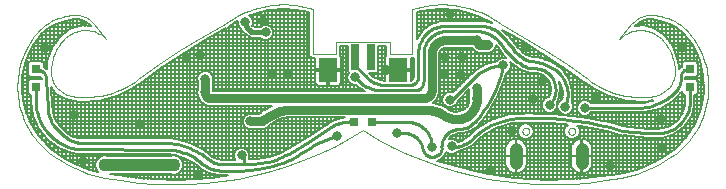
<source format=gtl>
G75*
G70*
%OFA0B0*%
%FSLAX24Y24*%
%IPPOS*%
%LPD*%
%AMOC8*
5,1,8,0,0,1.08239X$1,22.5*
%
%ADD10C,0.0010*%
%ADD11R,0.0315X0.0315*%
%ADD12C,0.0000*%
%ADD13C,0.0437*%
%ADD14R,0.0315X0.0866*%
%ADD15R,0.0591X0.0787*%
%ADD16C,0.0080*%
%ADD17C,0.0320*%
%ADD18C,0.0318*%
%ADD19C,0.0300*%
%ADD20C,0.0436*%
%ADD21C,0.0400*%
%ADD22C,0.0320*%
%ADD23C,0.0160*%
%ADD24C,0.0100*%
D10*
X002950Y001950D02*
X002839Y002027D01*
X002732Y002110D01*
X002628Y002197D01*
X002529Y002290D01*
X002435Y002387D01*
X002345Y002488D01*
X002260Y002594D01*
X002181Y002704D01*
X002107Y002817D01*
X002038Y002934D01*
X001975Y003054D01*
X001918Y003177D01*
X001867Y003302D01*
X001822Y003430D01*
X001783Y003559D01*
X001750Y003691D01*
X001724Y003824D01*
X001704Y003958D01*
X001691Y004092D01*
X001684Y004228D01*
X001684Y004363D01*
X001690Y004498D01*
X001702Y004633D01*
X001721Y004767D01*
X001747Y004900D01*
X001779Y005032D01*
X001817Y005162D01*
X001861Y005290D01*
X001911Y005416D01*
X001968Y005539D01*
X002030Y005659D01*
X002098Y005776D01*
X002171Y005890D01*
X002250Y006000D01*
X003600Y006700D02*
X003653Y006700D01*
X003706Y006696D01*
X003758Y006689D01*
X003810Y006678D01*
X003861Y006664D01*
X003911Y006647D01*
X003960Y006626D01*
X004008Y006603D01*
X004053Y006576D01*
X004097Y006546D01*
X004139Y006513D01*
X004178Y006478D01*
X004215Y006440D01*
X004250Y006400D01*
X004650Y005900D01*
X004606Y005942D01*
X004559Y005981D01*
X004510Y006017D01*
X004459Y006051D01*
X004406Y006081D01*
X004351Y006107D01*
X004295Y006131D01*
X004238Y006150D01*
X004179Y006167D01*
X004119Y006179D01*
X004059Y006188D01*
X003999Y006193D01*
X003938Y006195D01*
X003877Y006193D01*
X003816Y006187D01*
X003756Y006177D01*
X003697Y006164D01*
X003638Y006147D01*
X003581Y006127D01*
X003525Y006103D01*
X003470Y006076D01*
X003418Y006045D01*
X003367Y006011D01*
X003318Y005975D01*
X003272Y005935D01*
X003229Y005893D01*
X003188Y005848D01*
X003149Y005800D01*
X002250Y006000D02*
X002301Y006065D01*
X002355Y006127D01*
X002413Y006187D01*
X002473Y006244D01*
X002535Y006298D01*
X002600Y006350D01*
X002668Y006398D01*
X002737Y006443D01*
X002809Y006484D01*
X002882Y006522D01*
X002957Y006557D01*
X003034Y006588D01*
X003112Y006615D01*
X003192Y006639D01*
X003272Y006659D01*
X003353Y006675D01*
X003435Y006687D01*
X003517Y006696D01*
X003600Y006700D01*
X003500Y004000D02*
X003636Y003982D01*
X003772Y003970D01*
X003909Y003965D01*
X004046Y003967D01*
X004183Y003974D01*
X004319Y003989D01*
X004454Y004009D01*
X004589Y004036D01*
X004722Y004069D01*
X004853Y004109D01*
X004982Y004154D01*
X005109Y004206D01*
X005233Y004264D01*
X005355Y004327D01*
X005473Y004396D01*
X005589Y004470D01*
X005700Y004550D01*
X003150Y005800D02*
X003102Y005734D01*
X003058Y005665D01*
X003016Y005595D01*
X002978Y005523D01*
X002944Y005449D01*
X002912Y005374D01*
X002884Y005298D01*
X002860Y005220D01*
X002840Y005141D01*
X002823Y005061D01*
X002809Y004981D01*
X002800Y004900D01*
X002801Y004900D02*
X002797Y004843D01*
X002798Y004786D01*
X002802Y004729D01*
X002810Y004673D01*
X002823Y004617D01*
X002839Y004562D01*
X002858Y004509D01*
X002882Y004457D01*
X002908Y004406D01*
X002939Y004358D01*
X002972Y004312D01*
X003009Y004268D01*
X003048Y004227D01*
X003090Y004188D01*
X003135Y004153D01*
X003182Y004121D01*
X003231Y004092D01*
X003282Y004066D01*
X003335Y004044D01*
X003389Y004026D01*
X003444Y004012D01*
X003500Y004001D01*
X002950Y001950D02*
X003159Y001820D01*
X003374Y001699D01*
X003595Y001589D01*
X003820Y001489D01*
X004050Y001400D01*
X017800Y006400D02*
X018551Y005979D01*
X019285Y005531D01*
X020002Y005054D01*
X020700Y004550D01*
X023250Y005800D02*
X023298Y005734D01*
X023342Y005665D01*
X023384Y005595D01*
X023422Y005523D01*
X023456Y005449D01*
X023488Y005374D01*
X023516Y005298D01*
X023540Y005220D01*
X023560Y005141D01*
X023577Y005061D01*
X023591Y004981D01*
X023600Y004900D01*
X023599Y004900D02*
X023603Y004843D01*
X023602Y004786D01*
X023598Y004729D01*
X023590Y004673D01*
X023577Y004617D01*
X023561Y004562D01*
X023542Y004509D01*
X023518Y004457D01*
X023492Y004406D01*
X023461Y004358D01*
X023428Y004312D01*
X023391Y004268D01*
X023352Y004227D01*
X023310Y004188D01*
X023265Y004153D01*
X023218Y004121D01*
X023169Y004092D01*
X023118Y004066D01*
X023065Y004044D01*
X023011Y004026D01*
X022956Y004012D01*
X022900Y004001D01*
X024150Y006000D02*
X024099Y006065D01*
X024045Y006127D01*
X023987Y006187D01*
X023927Y006244D01*
X023865Y006298D01*
X023800Y006350D01*
X023732Y006398D01*
X023663Y006443D01*
X023591Y006484D01*
X023518Y006522D01*
X023443Y006557D01*
X023366Y006588D01*
X023288Y006615D01*
X023208Y006639D01*
X023128Y006659D01*
X023047Y006675D01*
X022965Y006687D01*
X022883Y006696D01*
X022800Y006700D01*
X022900Y004000D02*
X022764Y003982D01*
X022628Y003970D01*
X022491Y003965D01*
X022354Y003967D01*
X022217Y003974D01*
X022081Y003989D01*
X021946Y004009D01*
X021811Y004036D01*
X021678Y004069D01*
X021547Y004109D01*
X021418Y004154D01*
X021291Y004206D01*
X021167Y004264D01*
X021045Y004327D01*
X020927Y004396D01*
X020811Y004470D01*
X020700Y004550D01*
X024150Y006000D02*
X024229Y005890D01*
X024302Y005776D01*
X024370Y005659D01*
X024432Y005539D01*
X024489Y005416D01*
X024539Y005290D01*
X024583Y005162D01*
X024621Y005032D01*
X024653Y004900D01*
X024679Y004767D01*
X024698Y004633D01*
X024710Y004498D01*
X024716Y004363D01*
X024716Y004228D01*
X024709Y004092D01*
X024696Y003958D01*
X024676Y003824D01*
X024650Y003691D01*
X024617Y003559D01*
X024578Y003430D01*
X024533Y003302D01*
X024482Y003177D01*
X024425Y003054D01*
X024362Y002934D01*
X024293Y002817D01*
X024219Y002704D01*
X024140Y002594D01*
X024055Y002488D01*
X023965Y002387D01*
X023871Y002290D01*
X023772Y002197D01*
X023668Y002110D01*
X023561Y002027D01*
X023450Y001950D01*
X023251Y005800D02*
X023212Y005848D01*
X023171Y005893D01*
X023128Y005935D01*
X023082Y005975D01*
X023033Y006011D01*
X022982Y006045D01*
X022930Y006076D01*
X022875Y006103D01*
X022819Y006127D01*
X022762Y006147D01*
X022703Y006164D01*
X022644Y006177D01*
X022584Y006187D01*
X022523Y006193D01*
X022462Y006195D01*
X022401Y006193D01*
X022341Y006188D01*
X022281Y006179D01*
X022221Y006167D01*
X022162Y006150D01*
X022105Y006131D01*
X022049Y006107D01*
X021994Y006081D01*
X021941Y006051D01*
X021890Y006017D01*
X021841Y005981D01*
X021794Y005942D01*
X021750Y005900D01*
X022150Y006400D01*
X022185Y006440D01*
X022222Y006478D01*
X022261Y006513D01*
X022303Y006546D01*
X022347Y006576D01*
X022392Y006603D01*
X022440Y006626D01*
X022489Y006647D01*
X022539Y006664D01*
X022590Y006678D01*
X022642Y006689D01*
X022694Y006696D01*
X022747Y006700D01*
X022800Y006700D01*
X023450Y001950D02*
X023241Y001820D01*
X023026Y001699D01*
X022805Y001589D01*
X022580Y001489D01*
X022350Y001400D01*
X008600Y006400D02*
X007849Y005979D01*
X007115Y005531D01*
X006398Y005054D01*
X005700Y004550D01*
X008600Y006400D02*
X008726Y006491D01*
X008857Y006575D01*
X008991Y006653D01*
X009129Y006725D01*
X009270Y006790D01*
X009415Y006848D01*
X009561Y006899D01*
X009711Y006943D01*
X009861Y006980D01*
X010014Y007009D01*
X010168Y007032D01*
X010323Y007046D01*
X010478Y007054D01*
X010633Y007054D01*
X010788Y007047D01*
X010943Y007032D01*
X011097Y007010D01*
X011250Y006981D01*
X011401Y006944D01*
X011550Y006900D01*
X011550Y005400D01*
X012300Y005400D01*
X012300Y005800D01*
X014100Y005800D01*
X014100Y005400D01*
X014850Y005400D01*
X014850Y006900D01*
X014999Y006944D01*
X015150Y006981D01*
X015303Y007010D01*
X015457Y007032D01*
X015612Y007047D01*
X015767Y007054D01*
X015922Y007054D01*
X016077Y007046D01*
X016232Y007032D01*
X016386Y007009D01*
X016539Y006980D01*
X016689Y006943D01*
X016839Y006899D01*
X016985Y006848D01*
X017130Y006790D01*
X017271Y006725D01*
X017409Y006653D01*
X017543Y006575D01*
X017674Y006491D01*
X017800Y006400D01*
X013201Y002850D02*
X013683Y002566D01*
X014178Y002305D01*
X014685Y002068D01*
X015202Y001855D01*
X015729Y001666D01*
X016264Y001502D01*
X016806Y001363D01*
X017353Y001249D01*
X017906Y001162D01*
X018462Y001100D01*
X019021Y001065D01*
X019580Y001055D01*
X020139Y001072D01*
X020697Y001115D01*
X021253Y001184D01*
X021804Y001279D01*
X022350Y001400D01*
X013199Y002850D02*
X012717Y002566D01*
X012222Y002305D01*
X011715Y002068D01*
X011198Y001855D01*
X010671Y001666D01*
X010136Y001502D01*
X009594Y001363D01*
X009047Y001249D01*
X008494Y001162D01*
X007938Y001100D01*
X007379Y001065D01*
X006820Y001055D01*
X006261Y001072D01*
X005703Y001115D01*
X005147Y001184D01*
X004596Y001279D01*
X004050Y001400D01*
D11*
X002300Y004305D03*
X002300Y004895D03*
X012905Y003140D03*
X013495Y003140D03*
X024100Y004305D03*
X024100Y004895D03*
D12*
X020050Y002827D02*
X020052Y002848D01*
X020058Y002868D01*
X020067Y002888D01*
X020079Y002905D01*
X020094Y002919D01*
X020112Y002931D01*
X020132Y002939D01*
X020152Y002944D01*
X020173Y002945D01*
X020194Y002942D01*
X020214Y002936D01*
X020233Y002925D01*
X020250Y002912D01*
X020263Y002896D01*
X020274Y002878D01*
X020282Y002858D01*
X020286Y002838D01*
X020286Y002816D01*
X020282Y002796D01*
X020274Y002776D01*
X020263Y002758D01*
X020250Y002742D01*
X020233Y002729D01*
X020214Y002718D01*
X020194Y002712D01*
X020173Y002709D01*
X020152Y002710D01*
X020132Y002715D01*
X020112Y002723D01*
X020094Y002735D01*
X020079Y002749D01*
X020067Y002766D01*
X020058Y002786D01*
X020052Y002806D01*
X020050Y002827D01*
X018514Y002827D02*
X018516Y002848D01*
X018522Y002868D01*
X018531Y002888D01*
X018543Y002905D01*
X018558Y002919D01*
X018576Y002931D01*
X018596Y002939D01*
X018616Y002944D01*
X018637Y002945D01*
X018658Y002942D01*
X018678Y002936D01*
X018697Y002925D01*
X018714Y002912D01*
X018727Y002896D01*
X018738Y002878D01*
X018746Y002858D01*
X018750Y002838D01*
X018750Y002816D01*
X018746Y002796D01*
X018738Y002776D01*
X018727Y002758D01*
X018714Y002742D01*
X018697Y002729D01*
X018678Y002718D01*
X018658Y002712D01*
X018637Y002709D01*
X018616Y002710D01*
X018596Y002715D01*
X018576Y002723D01*
X018558Y002735D01*
X018543Y002749D01*
X018531Y002766D01*
X018522Y002786D01*
X018516Y002806D01*
X018514Y002827D01*
D13*
X018307Y002218D02*
X018307Y001782D01*
X020493Y001782D02*
X020493Y002218D01*
D14*
X013456Y005300D03*
X012944Y005300D03*
D15*
X012039Y004867D03*
X014361Y004867D03*
D16*
X002703Y002530D02*
X002514Y002530D01*
X002510Y002534D02*
X002510Y002761D01*
X002486Y002790D02*
X002313Y002790D01*
X002250Y002887D02*
X002250Y003225D01*
X002270Y003180D02*
X002086Y003180D01*
X002120Y003093D02*
X002120Y004047D01*
X002101Y004047D02*
X002150Y004047D01*
X002150Y004028D01*
X002126Y003801D01*
X002200Y003336D01*
X002392Y002906D01*
X002689Y002540D01*
X003070Y002264D01*
X003070Y002264D01*
X003510Y002095D01*
X003692Y002076D01*
X003698Y002070D01*
X003752Y002070D01*
X003806Y002064D01*
X003813Y002070D01*
X005229Y002065D01*
X006637Y002051D01*
X006638Y002050D01*
X006699Y002050D01*
X006700Y002050D01*
X006882Y002039D01*
X007236Y001949D01*
X007557Y001775D01*
X007696Y001661D01*
X007700Y001658D01*
X007744Y001618D01*
X007747Y001618D01*
X007812Y001561D01*
X008071Y001428D01*
X008071Y001428D01*
X008355Y001360D01*
X008497Y001360D01*
X008688Y001351D01*
X008166Y001268D01*
X006994Y001200D01*
X005821Y001250D01*
X004763Y001400D01*
X006793Y001400D01*
X006837Y001382D01*
X006963Y001382D01*
X007080Y001430D01*
X007170Y001520D01*
X007218Y001637D01*
X007218Y001763D01*
X007170Y001880D01*
X007363Y001880D01*
X007320Y001904D02*
X007320Y001219D01*
X007190Y001212D02*
X007190Y001569D01*
X007211Y001620D02*
X007741Y001620D01*
X007710Y001649D02*
X007710Y001242D01*
X007840Y001249D02*
X007840Y001547D01*
X007812Y001561D02*
X007812Y001561D01*
X007950Y001490D02*
X007140Y001490D01*
X007060Y001422D02*
X007060Y001204D01*
X006930Y001203D02*
X006930Y001382D01*
X006800Y001397D02*
X006800Y001209D01*
X006670Y001214D02*
X006670Y001400D01*
X006540Y001400D02*
X006540Y001219D01*
X006410Y001225D02*
X006410Y001400D01*
X006280Y001400D02*
X006280Y001230D01*
X006289Y001230D02*
X007505Y001230D01*
X007450Y001227D02*
X007450Y001833D01*
X007580Y001756D02*
X007580Y001234D01*
X007970Y001257D02*
X007970Y001480D01*
X008100Y001421D02*
X008100Y001264D01*
X008230Y001278D02*
X008230Y001390D01*
X008353Y001360D02*
X005045Y001360D01*
X004980Y001369D02*
X004980Y001400D01*
X005110Y001400D02*
X005110Y001351D01*
X005240Y001332D02*
X005240Y001400D01*
X005370Y001400D02*
X005370Y001314D01*
X005500Y001295D02*
X005500Y001400D01*
X005630Y001400D02*
X005630Y001277D01*
X005760Y001258D02*
X005760Y001400D01*
X005890Y001400D02*
X005890Y001247D01*
X006020Y001241D02*
X006020Y001400D01*
X006150Y001400D02*
X006150Y001236D01*
X006150Y002000D02*
X006150Y002056D01*
X006020Y002057D02*
X006020Y002000D01*
X005890Y002000D02*
X005890Y002058D01*
X005760Y002060D02*
X005760Y002000D01*
X005630Y002000D02*
X005630Y002061D01*
X005500Y002062D02*
X005500Y002000D01*
X005370Y002000D02*
X005370Y002064D01*
X005240Y002065D02*
X005240Y002000D01*
X005110Y002000D02*
X005110Y002065D01*
X004980Y002066D02*
X004980Y002000D01*
X004850Y002000D02*
X004850Y002066D01*
X004720Y002067D02*
X004720Y002000D01*
X004707Y002000D02*
X004663Y002018D01*
X004537Y002018D01*
X004420Y001970D01*
X004330Y001880D01*
X003352Y001880D01*
X003290Y001911D02*
X003290Y002180D01*
X003393Y002140D02*
X002936Y002140D01*
X002900Y002167D02*
X002900Y002387D01*
X002882Y002400D02*
X002643Y002400D01*
X002640Y002403D02*
X002640Y002601D01*
X002592Y002660D02*
X002398Y002660D01*
X002380Y002688D02*
X002380Y002934D01*
X002386Y002920D02*
X002228Y002920D01*
X002143Y003050D02*
X002328Y003050D01*
X002392Y002906D02*
X002392Y002906D01*
X002425Y002619D02*
X002127Y003075D01*
X001927Y003582D01*
X001834Y004119D01*
X001852Y004664D01*
X001980Y005194D01*
X002213Y005687D01*
X002366Y005913D01*
X002482Y006051D01*
X002757Y006283D01*
X003077Y006449D01*
X003425Y006539D01*
X003605Y006555D01*
X003706Y006550D01*
X003900Y006495D01*
X004068Y006383D01*
X004120Y006327D01*
X003866Y006354D01*
X003483Y006261D01*
X003153Y006045D01*
X003071Y005935D01*
X003071Y005935D01*
X003041Y005896D01*
X003034Y005887D01*
X002998Y005840D01*
X002998Y005840D01*
X002874Y005675D01*
X002681Y005179D01*
X002681Y005179D01*
X002661Y004973D01*
X002656Y004920D01*
X002656Y004914D01*
X002654Y004894D01*
X002578Y004971D01*
X002578Y004971D01*
X002557Y004979D01*
X002557Y005094D01*
X002499Y005153D01*
X002101Y005153D01*
X002043Y005094D01*
X002043Y004696D01*
X002101Y004638D01*
X002468Y004638D01*
X002486Y004592D01*
X002489Y004564D01*
X002489Y004562D01*
X002101Y004562D01*
X002043Y004504D01*
X002043Y004106D01*
X002101Y004047D01*
X002058Y004090D02*
X001839Y004090D01*
X001860Y003970D02*
X001860Y004696D01*
X001871Y004740D02*
X002043Y004740D01*
X002120Y004638D02*
X002120Y004562D01*
X002043Y004480D02*
X001846Y004480D01*
X001842Y004350D02*
X002043Y004350D01*
X002043Y004220D02*
X001838Y004220D01*
X001862Y003960D02*
X002143Y003960D01*
X002129Y003830D02*
X001884Y003830D01*
X001907Y003700D02*
X002143Y003700D01*
X002126Y003801D02*
X002126Y003801D01*
X002163Y003570D02*
X001932Y003570D01*
X001983Y003440D02*
X002184Y003440D01*
X002200Y003336D02*
X002200Y003336D01*
X002212Y003310D02*
X002034Y003310D01*
X001990Y003423D02*
X001990Y005214D01*
X002012Y005260D02*
X002712Y005260D01*
X002676Y005130D02*
X002522Y005130D01*
X002510Y005142D02*
X002510Y006074D01*
X002473Y006040D02*
X003150Y006040D01*
X003153Y006045D02*
X003153Y006045D01*
X003153Y006045D01*
X003160Y006049D02*
X003160Y006470D01*
X003041Y006430D02*
X003997Y006430D01*
X003940Y006468D02*
X003940Y006346D01*
X003866Y006354D02*
X003866Y006354D01*
X003810Y006340D02*
X003810Y006521D01*
X003900Y006495D02*
X003900Y006495D01*
X004070Y006381D02*
X004070Y006333D01*
X003680Y006309D02*
X003680Y006552D01*
X003550Y006550D02*
X003550Y006277D01*
X003483Y006261D02*
X003483Y006261D01*
X003420Y006220D02*
X003420Y006538D01*
X003290Y006504D02*
X003290Y006134D01*
X003344Y006170D02*
X002623Y006170D01*
X002640Y006184D02*
X002640Y004908D01*
X002661Y004973D02*
X002661Y004973D01*
X002664Y005000D02*
X002557Y005000D01*
X002380Y005153D02*
X002380Y005930D01*
X002364Y005910D02*
X003051Y005910D01*
X003030Y005882D02*
X003030Y006424D01*
X002900Y006357D02*
X002900Y005710D01*
X002874Y005675D02*
X002874Y005675D01*
X002864Y005650D02*
X002196Y005650D01*
X002250Y005741D02*
X002250Y005153D01*
X002120Y005153D02*
X002120Y005490D01*
X002134Y005520D02*
X002813Y005520D01*
X002770Y005408D02*
X002770Y006290D01*
X002790Y006300D02*
X003643Y006300D01*
X002953Y005780D02*
X002276Y005780D01*
X002073Y005390D02*
X002763Y005390D01*
X002078Y005130D02*
X001965Y005130D01*
X001933Y005000D02*
X002043Y005000D01*
X002043Y004870D02*
X001902Y004870D01*
X002250Y004638D02*
X002250Y004562D01*
X002380Y004562D02*
X002380Y004638D01*
X002479Y004610D02*
X001850Y004610D01*
X002808Y004286D02*
X002972Y004075D01*
X003293Y003885D01*
X003418Y003866D01*
X003422Y003865D01*
X003478Y003857D01*
X003537Y003847D01*
X003537Y003847D01*
X003781Y003810D01*
X004393Y003837D01*
X004393Y003837D01*
X004988Y003986D01*
X004988Y003986D01*
X005542Y004250D01*
X005739Y004398D01*
X005739Y004398D01*
X005776Y004426D01*
X005787Y004434D01*
X005787Y004434D01*
X006481Y004935D01*
X007922Y005854D01*
X008628Y006250D01*
X008639Y006248D01*
X008678Y006277D01*
X008721Y006301D01*
X008724Y006309D01*
X008933Y006451D01*
X009021Y006494D01*
X009021Y006408D01*
X009060Y006313D01*
X009133Y006240D01*
X009151Y006233D01*
X009179Y006165D01*
X009325Y006019D01*
X009325Y006019D01*
X009517Y005940D01*
X009774Y005940D01*
X009813Y005900D01*
X009908Y005861D01*
X010012Y005861D01*
X010107Y005900D01*
X010180Y005973D01*
X010219Y006068D01*
X010219Y006172D01*
X010180Y006267D01*
X010107Y006340D01*
X010012Y006379D01*
X009908Y006379D01*
X009813Y006340D01*
X009774Y006300D01*
X009620Y006300D01*
X009589Y006303D01*
X009531Y006327D01*
X009513Y006345D01*
X009539Y006408D01*
X009539Y006512D01*
X009500Y006607D01*
X009427Y006680D01*
X009412Y006686D01*
X009466Y006712D01*
X010038Y006866D01*
X010630Y006909D01*
X011219Y006839D01*
X011405Y006789D01*
X011405Y005340D01*
X011490Y005255D01*
X011603Y005255D01*
X011603Y004907D01*
X011999Y004907D01*
X011999Y004827D01*
X012079Y004827D01*
X012079Y004907D01*
X012474Y004907D01*
X012474Y005279D01*
X012464Y005315D01*
X012446Y005347D01*
X012445Y005347D01*
X012445Y005655D01*
X012687Y005655D01*
X012687Y004826D01*
X012733Y004779D01*
X012720Y004767D01*
X012681Y004672D01*
X012681Y004568D01*
X012720Y004473D01*
X012793Y004400D01*
X012888Y004361D01*
X012982Y004361D01*
X013033Y004307D01*
X013264Y004170D01*
X008199Y004170D01*
X008199Y004172D01*
X008190Y004193D01*
X008190Y004507D01*
X008199Y004528D01*
X008199Y004632D01*
X008160Y004727D01*
X008087Y004800D01*
X007992Y004839D01*
X007888Y004839D01*
X007793Y004800D01*
X007720Y004727D01*
X007681Y004632D01*
X007681Y004528D01*
X007690Y004507D01*
X007690Y004193D01*
X007681Y004172D01*
X007681Y004068D01*
X007690Y004047D01*
X007690Y003999D01*
X007811Y003791D01*
X008019Y003670D01*
X010181Y003670D01*
X009846Y003495D01*
X009750Y003408D01*
X009521Y003402D01*
X009502Y003410D01*
X009398Y003410D01*
X009303Y003370D01*
X009230Y003297D01*
X009190Y003202D01*
X009190Y003098D01*
X009230Y003003D01*
X009303Y002930D01*
X009398Y002890D01*
X009502Y002890D01*
X009531Y002902D01*
X009779Y002908D01*
X009798Y002900D01*
X009902Y002900D01*
X009997Y002940D01*
X010070Y003013D01*
X010073Y003019D01*
X010141Y003074D01*
X010419Y003219D01*
X010724Y003287D01*
X010871Y003290D01*
X010886Y003290D01*
X010931Y003288D01*
X010936Y003290D01*
X012598Y003290D01*
X012469Y003276D01*
X012182Y003170D01*
X012056Y003084D01*
X011360Y002632D01*
X010697Y002241D01*
X010645Y002210D01*
X010642Y002208D01*
X010464Y002113D01*
X010083Y001971D01*
X009683Y001899D01*
X009482Y001890D01*
X009478Y001890D01*
X009418Y001890D01*
X009416Y001889D01*
X009391Y001888D01*
X009391Y001900D01*
X009419Y001968D01*
X009419Y002072D01*
X009380Y002167D01*
X009307Y002240D01*
X009212Y002279D01*
X009108Y002279D01*
X009013Y002240D01*
X008940Y002167D01*
X008901Y002072D01*
X008901Y001968D01*
X008939Y001877D01*
X008694Y001871D01*
X008690Y001875D01*
X008632Y001870D01*
X008594Y001869D01*
X008533Y001868D01*
X008345Y001901D01*
X008172Y001980D01*
X008095Y002036D01*
X007899Y002196D01*
X007451Y002431D01*
X006964Y002571D01*
X006964Y002571D01*
X006767Y002585D01*
X006762Y002590D01*
X006706Y002590D01*
X006649Y002594D01*
X006644Y002590D01*
X003828Y002590D01*
X003731Y002596D01*
X003545Y002646D01*
X003379Y002742D01*
X003306Y002806D01*
X003103Y003009D01*
X003029Y003094D01*
X002916Y003289D01*
X002857Y003507D01*
X002853Y003567D01*
X002854Y003568D01*
X002850Y003625D01*
X002850Y003682D01*
X002846Y003686D01*
X002808Y004286D01*
X002812Y004220D02*
X002859Y004220D01*
X002900Y004167D02*
X002900Y003348D01*
X002910Y003310D02*
X009242Y003310D01*
X009270Y003338D02*
X009270Y003670D01*
X009400Y003670D02*
X009400Y003410D01*
X009530Y003402D02*
X009530Y003670D01*
X009660Y003670D02*
X009660Y003405D01*
X009785Y003440D02*
X002875Y003440D01*
X002854Y003570D02*
X009989Y003570D01*
X010050Y003602D02*
X010050Y003670D01*
X010180Y003670D02*
X010180Y003670D01*
X009920Y003670D02*
X009920Y003534D01*
X009846Y003495D02*
X009846Y003495D01*
X009790Y003444D02*
X009790Y003670D01*
X010180Y003094D02*
X010180Y002007D01*
X010187Y002010D02*
X009419Y002010D01*
X009400Y001922D02*
X009400Y001888D01*
X009530Y001892D02*
X009530Y002902D01*
X009660Y002905D02*
X009660Y001898D01*
X009790Y001918D02*
X009790Y002903D01*
X009920Y002908D02*
X009920Y001942D01*
X010050Y001965D02*
X010050Y002992D01*
X010111Y003050D02*
X012003Y003050D01*
X012000Y003048D02*
X012000Y003290D01*
X011870Y003290D02*
X011870Y002963D01*
X011803Y002920D02*
X009950Y002920D01*
X010310Y003162D02*
X010310Y002056D01*
X010440Y002104D02*
X010440Y003223D01*
X010344Y003180D02*
X012209Y003180D01*
X012182Y003170D02*
X012182Y003170D01*
X012130Y003135D02*
X012130Y003290D01*
X012260Y003290D02*
X012260Y003199D01*
X012390Y003247D02*
X012390Y003290D01*
X012520Y003281D02*
X012520Y003290D01*
X011740Y003290D02*
X011740Y002879D01*
X011610Y002795D02*
X011610Y003290D01*
X011480Y003290D02*
X011480Y002710D01*
X011403Y002660D02*
X003521Y002660D01*
X003550Y002645D02*
X003550Y003845D01*
X003650Y003830D02*
X002837Y003830D01*
X002845Y003700D02*
X007967Y003700D01*
X007970Y003699D02*
X007970Y002138D01*
X007968Y002140D02*
X008929Y002140D01*
X009010Y002236D02*
X009010Y003670D01*
X009140Y003670D02*
X009140Y002279D01*
X009087Y002270D02*
X007759Y002270D01*
X007710Y002296D02*
X007710Y003965D01*
X007713Y003960D02*
X004884Y003960D01*
X004850Y003952D02*
X004850Y002590D01*
X004720Y002590D02*
X004720Y003919D01*
X004590Y003887D02*
X004590Y002590D01*
X004460Y002590D02*
X004460Y003854D01*
X004330Y003835D02*
X004330Y002590D01*
X004200Y002590D02*
X004200Y003829D01*
X004230Y003830D02*
X007788Y003830D01*
X007811Y003791D02*
X007811Y003791D01*
X007811Y003791D01*
X007840Y003774D02*
X007840Y002228D01*
X007899Y002196D02*
X007899Y002196D01*
X008095Y002036D02*
X008095Y002036D01*
X008100Y002032D02*
X008100Y003670D01*
X008230Y003670D02*
X008230Y001954D01*
X008131Y002010D02*
X008901Y002010D01*
X008938Y001880D02*
X008464Y001880D01*
X008490Y001875D02*
X008490Y003670D01*
X008620Y003670D02*
X008620Y001870D01*
X008750Y001873D02*
X008750Y003670D01*
X008880Y003670D02*
X008880Y001876D01*
X008360Y001898D02*
X008360Y003670D01*
X007681Y004090D02*
X005206Y004090D01*
X005240Y004106D02*
X005240Y002590D01*
X005370Y002590D02*
X005370Y004168D01*
X005479Y004220D02*
X007690Y004220D01*
X007690Y004350D02*
X005675Y004350D01*
X005630Y004316D02*
X005630Y002590D01*
X005760Y002590D02*
X005760Y004414D01*
X005851Y004480D02*
X007690Y004480D01*
X007681Y004610D02*
X006031Y004610D01*
X006020Y004602D02*
X006020Y002590D01*
X005890Y002590D02*
X005890Y004508D01*
X006150Y004696D02*
X006150Y002590D01*
X006280Y002590D02*
X006280Y004790D01*
X006211Y004740D02*
X007734Y004740D01*
X007710Y004702D02*
X007710Y005719D01*
X007806Y005780D02*
X011405Y005780D01*
X011405Y005650D02*
X007602Y005650D01*
X007580Y005636D02*
X007580Y002364D01*
X007511Y002400D02*
X010967Y002400D01*
X010960Y002396D02*
X010960Y003290D01*
X011090Y003290D02*
X011090Y002473D01*
X011187Y002530D02*
X007106Y002530D01*
X007060Y002543D02*
X007060Y005304D01*
X006991Y005260D02*
X011485Y005260D01*
X011480Y005265D02*
X011480Y004170D01*
X011350Y004170D02*
X011350Y006804D01*
X011289Y006820D02*
X009868Y006820D01*
X009920Y006834D02*
X009920Y006379D01*
X010050Y006363D02*
X010050Y006867D01*
X010180Y006876D02*
X010180Y006266D01*
X010146Y006300D02*
X011405Y006300D01*
X011405Y006430D02*
X009539Y006430D01*
X009530Y006387D02*
X009530Y006328D01*
X009620Y006300D02*
X009774Y006300D01*
X009790Y006316D02*
X009790Y006799D01*
X009660Y006764D02*
X009660Y006300D01*
X009530Y006533D02*
X009530Y006729D01*
X009421Y006690D02*
X011405Y006690D01*
X011405Y006560D02*
X009519Y006560D01*
X009140Y006238D02*
X009140Y004170D01*
X009010Y004170D02*
X009010Y006489D01*
X009021Y006430D02*
X008901Y006430D01*
X008880Y006415D02*
X008880Y004170D01*
X008750Y004170D02*
X008750Y006327D01*
X008720Y006300D02*
X009074Y006300D01*
X009177Y006170D02*
X008486Y006170D01*
X008490Y006172D02*
X008490Y004170D01*
X008620Y004170D02*
X008620Y006245D01*
X008360Y006099D02*
X008360Y004170D01*
X008230Y004170D02*
X008230Y006027D01*
X008254Y006040D02*
X009305Y006040D01*
X009270Y006075D02*
X009270Y004170D01*
X009400Y004170D02*
X009400Y005988D01*
X009530Y005940D02*
X009530Y004170D01*
X009660Y004170D02*
X009660Y005940D01*
X009790Y005924D02*
X009790Y004170D01*
X009920Y004170D02*
X009920Y005861D01*
X009804Y005910D02*
X008022Y005910D01*
X007970Y005881D02*
X007970Y004839D01*
X007840Y004819D02*
X007840Y005802D01*
X008100Y005954D02*
X008100Y004786D01*
X008146Y004740D02*
X011603Y004740D01*
X011603Y004827D02*
X011603Y004455D01*
X011613Y004419D01*
X011631Y004387D01*
X011657Y004361D01*
X011689Y004343D01*
X011725Y004333D01*
X011999Y004333D01*
X011999Y004827D01*
X011603Y004827D01*
X011610Y004827D02*
X011610Y004907D01*
X011603Y005000D02*
X006583Y005000D01*
X006540Y004972D02*
X006540Y002590D01*
X006410Y002590D02*
X006410Y004884D01*
X006391Y004870D02*
X011999Y004870D01*
X012000Y004827D02*
X012000Y004170D01*
X011870Y004170D02*
X011870Y004333D01*
X011999Y004350D02*
X012079Y004350D01*
X012079Y004333D02*
X012352Y004333D01*
X012388Y004343D01*
X012420Y004361D01*
X012446Y004387D01*
X012464Y004419D01*
X012474Y004455D01*
X012474Y004827D01*
X012079Y004827D01*
X012079Y004333D01*
X012130Y004333D02*
X012130Y004170D01*
X012260Y004170D02*
X012260Y004333D01*
X012390Y004344D02*
X012390Y004170D01*
X012520Y004170D02*
X012520Y005655D01*
X012445Y005650D02*
X012687Y005650D01*
X012650Y005655D02*
X012650Y004170D01*
X012780Y004170D02*
X012780Y004414D01*
X012718Y004480D02*
X012474Y004480D01*
X012474Y004610D02*
X012681Y004610D01*
X012709Y004740D02*
X012474Y004740D01*
X012390Y004827D02*
X012390Y004907D01*
X012474Y005000D02*
X012687Y005000D01*
X012687Y004870D02*
X012079Y004870D01*
X012130Y004907D02*
X012130Y004827D01*
X012079Y004740D02*
X011999Y004740D01*
X011999Y004610D02*
X012079Y004610D01*
X012079Y004480D02*
X011999Y004480D01*
X011740Y004333D02*
X011740Y004170D01*
X011610Y004170D02*
X011610Y004430D01*
X011603Y004480D02*
X008190Y004480D01*
X008190Y004350D02*
X011677Y004350D01*
X011603Y004610D02*
X008199Y004610D01*
X008190Y004220D02*
X013180Y004220D01*
X013170Y004226D02*
X013170Y004170D01*
X013040Y004170D02*
X013040Y004303D01*
X013033Y004307D02*
X013033Y004307D01*
X013033Y004307D01*
X012993Y004350D02*
X012400Y004350D01*
X012260Y004827D02*
X012260Y004907D01*
X012474Y005130D02*
X012687Y005130D01*
X012687Y005260D02*
X012474Y005260D01*
X012445Y005390D02*
X012687Y005390D01*
X012687Y005520D02*
X012445Y005520D01*
X011870Y004907D02*
X011870Y004827D01*
X011740Y004827D02*
X011740Y004907D01*
X011603Y005130D02*
X006787Y005130D01*
X006800Y005138D02*
X006800Y002583D01*
X006670Y002593D02*
X006670Y005055D01*
X006930Y005221D02*
X006930Y002573D01*
X007190Y002506D02*
X007190Y005387D01*
X007194Y005390D02*
X011405Y005390D01*
X011405Y005520D02*
X007398Y005520D01*
X007450Y005553D02*
X007450Y002432D01*
X007451Y002431D02*
X007451Y002431D01*
X007320Y002469D02*
X007320Y005470D01*
X005542Y004250D02*
X005542Y004250D01*
X005500Y004230D02*
X005500Y002590D01*
X005110Y002590D02*
X005110Y004044D01*
X004980Y003984D02*
X004980Y002590D01*
X004707Y002000D02*
X006793Y002000D01*
X006837Y002018D01*
X006963Y002018D01*
X007080Y001970D01*
X007170Y001880D01*
X007190Y001831D02*
X007190Y001961D01*
X007060Y001978D02*
X007060Y001994D01*
X006996Y002010D02*
X006983Y002010D01*
X006930Y002018D02*
X006930Y002027D01*
X006817Y002010D02*
X004683Y002010D01*
X004590Y002018D02*
X004590Y002067D01*
X004517Y002010D02*
X003129Y002010D01*
X003160Y001991D02*
X003160Y002229D01*
X003062Y002270D02*
X002773Y002270D01*
X002770Y002273D02*
X002770Y002482D01*
X002689Y002540D02*
X002689Y002540D01*
X002689Y002540D01*
X002425Y002619D02*
X002810Y002233D01*
X003030Y002071D01*
X003030Y002293D01*
X003030Y002071D02*
X003030Y002071D01*
X003285Y001914D01*
X003820Y001646D01*
X004092Y001539D01*
X004372Y001478D01*
X004330Y001520D01*
X004282Y001637D01*
X004282Y001763D01*
X004330Y001880D01*
X004330Y001879D02*
X004330Y002068D01*
X004200Y002069D02*
X004200Y001515D01*
X004316Y001490D02*
X004360Y001490D01*
X004330Y001487D02*
X004330Y001521D01*
X004289Y001620D02*
X003886Y001620D01*
X003940Y001599D02*
X003940Y002069D01*
X004070Y002069D02*
X004070Y001548D01*
X003810Y001651D02*
X003810Y002067D01*
X003680Y002078D02*
X003680Y001716D01*
X003612Y001750D02*
X004282Y001750D01*
X004460Y001986D02*
X004460Y002068D01*
X004850Y001400D02*
X004850Y001388D01*
X003550Y001781D02*
X003550Y002091D01*
X003510Y002095D02*
X003510Y002095D01*
X003420Y002130D02*
X003420Y001846D01*
X003680Y002610D02*
X003680Y003825D01*
X003781Y003810D02*
X003781Y003810D01*
X003810Y003811D02*
X003810Y002591D01*
X003940Y002590D02*
X003940Y003817D01*
X004070Y003823D02*
X004070Y002590D01*
X003420Y002719D02*
X003420Y003866D01*
X003293Y003885D02*
X003293Y003885D01*
X003290Y003887D02*
X003290Y002822D01*
X003324Y002790D02*
X011603Y002790D01*
X011350Y002626D02*
X011350Y003290D01*
X011220Y003290D02*
X011220Y002550D01*
X010830Y002319D02*
X010830Y003289D01*
X010700Y003281D02*
X010700Y002242D01*
X010697Y002241D02*
X010697Y002241D01*
X010747Y002270D02*
X009233Y002270D01*
X009270Y002255D02*
X009270Y002962D01*
X009326Y002920D02*
X003192Y002920D01*
X003160Y002952D02*
X003160Y003964D01*
X003167Y003960D02*
X002828Y003960D01*
X002820Y004090D02*
X002960Y004090D01*
X002972Y004075D02*
X002972Y004075D01*
X002972Y004075D01*
X003030Y004040D02*
X003030Y003092D01*
X003067Y003050D02*
X009210Y003050D01*
X009190Y003180D02*
X002979Y003180D01*
X006280Y002054D02*
X006280Y002000D01*
X006410Y002000D02*
X006410Y002053D01*
X006540Y002052D02*
X006540Y002000D01*
X006670Y002000D02*
X006670Y002050D01*
X006800Y002044D02*
X006800Y002003D01*
X007218Y001750D02*
X007588Y001750D01*
X008355Y001360D02*
X008355Y001360D01*
X008360Y001360D02*
X008360Y001299D01*
X008490Y001319D02*
X008490Y001360D01*
X008620Y001354D02*
X008620Y001340D01*
X009400Y002118D02*
X009400Y002890D01*
X009391Y002140D02*
X010514Y002140D01*
X010570Y002170D02*
X010570Y003252D01*
X010570Y004170D02*
X010570Y006905D01*
X010700Y006901D02*
X010700Y004170D01*
X010830Y004170D02*
X010830Y006885D01*
X010960Y006870D02*
X010960Y004170D01*
X011090Y004170D02*
X011090Y006854D01*
X011220Y006839D02*
X011220Y004170D01*
X010440Y004170D02*
X010440Y006895D01*
X010310Y006886D02*
X010310Y004170D01*
X010180Y004170D02*
X010180Y005974D01*
X010207Y006040D02*
X011405Y006040D01*
X011405Y006170D02*
X010219Y006170D01*
X010116Y005910D02*
X011405Y005910D01*
X010050Y005877D02*
X010050Y004170D01*
X009179Y006165D02*
X009179Y006165D01*
X012910Y004361D02*
X012910Y004170D01*
X013446Y004726D02*
X013412Y004760D01*
X013405Y004767D01*
X013655Y004767D01*
X013713Y004826D01*
X013713Y005655D01*
X013955Y005655D01*
X013955Y005347D01*
X013954Y005347D01*
X013936Y005315D01*
X013926Y005279D01*
X013926Y004907D01*
X014321Y004907D01*
X014321Y004827D01*
X013926Y004827D01*
X013926Y004510D01*
X013795Y004530D01*
X013550Y004640D01*
X013446Y004726D01*
X013432Y004740D02*
X013926Y004740D01*
X013950Y004827D02*
X013950Y004907D01*
X013926Y005000D02*
X013713Y005000D01*
X013713Y004870D02*
X014321Y004870D01*
X014401Y004870D02*
X014890Y004870D01*
X014797Y004907D02*
X014797Y005255D01*
X014890Y005255D01*
X014890Y004640D01*
X014886Y004606D01*
X014852Y004548D01*
X014797Y004516D01*
X014797Y004827D01*
X014401Y004827D01*
X014401Y004907D01*
X014797Y004907D01*
X014730Y004907D02*
X014730Y004827D01*
X014797Y004740D02*
X014890Y004740D01*
X014886Y004610D02*
X014797Y004610D01*
X014860Y004562D02*
X014860Y005255D01*
X014890Y005130D02*
X014797Y005130D01*
X014797Y005000D02*
X014890Y005000D01*
X014600Y004907D02*
X014600Y004827D01*
X014470Y004827D02*
X014470Y004907D01*
X014210Y004907D02*
X014210Y004827D01*
X014080Y004827D02*
X014080Y004907D01*
X013926Y005130D02*
X013713Y005130D01*
X013713Y005260D02*
X013926Y005260D01*
X013950Y005339D02*
X013950Y005655D01*
X013955Y005650D02*
X013713Y005650D01*
X013820Y005655D02*
X013820Y004526D01*
X013926Y004610D02*
X013616Y004610D01*
X013560Y004635D02*
X013560Y004767D01*
X013430Y004767D02*
X013430Y004742D01*
X013690Y004802D02*
X013690Y004577D01*
X013713Y005390D02*
X013955Y005390D01*
X013955Y005520D02*
X013713Y005520D01*
X014886Y004606D02*
X014886Y004606D01*
X015750Y004111D02*
X015666Y003908D01*
X015666Y003908D01*
X015535Y003777D01*
X015901Y003666D01*
X015901Y003666D01*
X016079Y003548D01*
X016079Y003548D01*
X016147Y003511D01*
X016296Y003476D01*
X016449Y003496D01*
X016585Y003567D01*
X016687Y003682D01*
X016742Y003826D01*
X016744Y003838D01*
X016730Y003870D01*
X016730Y003970D01*
X016750Y004018D01*
X016750Y004174D01*
X016740Y004198D01*
X016740Y004228D01*
X016359Y003847D01*
X016359Y003828D01*
X016320Y003733D01*
X016247Y003660D01*
X016152Y003621D01*
X016048Y003621D01*
X015953Y003660D01*
X015880Y003733D01*
X015841Y003828D01*
X015841Y003932D01*
X015880Y004027D01*
X015953Y004100D01*
X016048Y004139D01*
X016152Y004139D01*
X016205Y004117D01*
X016774Y004686D01*
X016774Y004686D01*
X016818Y004730D01*
X016818Y004730D01*
X016824Y004736D01*
X016862Y004774D01*
X016862Y004774D01*
X016958Y004870D01*
X015750Y004870D01*
X015750Y005000D02*
X017183Y005000D01*
X017200Y005010D02*
X017200Y005430D01*
X017108Y005430D02*
X017412Y005430D01*
X017507Y005470D01*
X017580Y005543D01*
X017620Y005638D01*
X017620Y005716D01*
X017694Y005619D01*
X017820Y005422D01*
X017820Y005422D01*
X017984Y005257D01*
X017932Y005279D01*
X017828Y005279D01*
X017733Y005240D01*
X017660Y005167D01*
X017659Y005164D01*
X017300Y005068D01*
X016958Y004870D01*
X016958Y004870D01*
X016940Y004852D02*
X016940Y005504D01*
X016912Y005520D02*
X015780Y005520D01*
X015782Y005526D02*
X015834Y005578D01*
X015903Y005606D01*
X015940Y005610D01*
X016825Y005610D01*
X016860Y005550D01*
X017050Y005440D01*
X017084Y005440D01*
X017108Y005430D01*
X017070Y005440D02*
X017070Y004935D01*
X017300Y005068D02*
X017300Y005068D01*
X017330Y005076D02*
X017330Y005430D01*
X017460Y005450D02*
X017460Y005110D01*
X017533Y005130D02*
X015750Y005130D01*
X015750Y005260D02*
X017782Y005260D01*
X017720Y005226D02*
X017720Y005578D01*
X017694Y005619D02*
X017694Y005619D01*
X017670Y005650D02*
X017620Y005650D01*
X017590Y005566D02*
X017590Y005145D01*
X017850Y005279D02*
X017850Y005392D01*
X017852Y005390D02*
X015750Y005390D01*
X015750Y005420D02*
X015754Y005457D01*
X015782Y005526D01*
X015770Y005497D02*
X015770Y003706D01*
X015790Y003700D02*
X015914Y003700D01*
X015900Y003714D02*
X015900Y003667D01*
X016030Y003629D02*
X016030Y003580D01*
X016046Y003570D02*
X016587Y003570D01*
X016550Y003549D02*
X016550Y004038D01*
X016602Y004090D02*
X016750Y004090D01*
X016680Y004168D02*
X016680Y003674D01*
X016694Y003700D02*
X016286Y003700D01*
X016290Y003704D02*
X016290Y003477D01*
X016420Y003492D02*
X016420Y003908D01*
X016472Y003960D02*
X016730Y003960D01*
X016743Y003830D02*
X016359Y003830D01*
X016160Y003624D02*
X016160Y003508D01*
X015841Y003830D02*
X015588Y003830D01*
X015640Y003882D02*
X015640Y003746D01*
X015688Y003960D02*
X015853Y003960D01*
X015900Y004046D02*
X015900Y005605D01*
X016030Y005610D02*
X016030Y004131D01*
X015944Y004090D02*
X015741Y004090D01*
X015750Y004111D02*
X015750Y005420D01*
X016160Y005610D02*
X016160Y004136D01*
X016290Y004202D02*
X016290Y005610D01*
X016420Y005610D02*
X016420Y004332D01*
X016438Y004350D02*
X015750Y004350D01*
X015750Y004220D02*
X016308Y004220D01*
X016550Y004462D02*
X016550Y005610D01*
X016680Y005610D02*
X016680Y004592D01*
X016698Y004610D02*
X015750Y004610D01*
X015750Y004480D02*
X016568Y004480D01*
X016732Y004220D02*
X016740Y004220D01*
X016810Y004722D02*
X016810Y005610D01*
X016860Y005550D02*
X016860Y005550D01*
X016860Y005550D01*
X017558Y005520D02*
X017757Y005520D01*
X017978Y005260D02*
X017982Y005260D01*
X017980Y005259D02*
X017980Y005262D01*
X018117Y005124D02*
X018152Y005090D01*
X018340Y004969D01*
X018458Y004868D01*
X018458Y004868D01*
X018772Y004761D01*
X018932Y004770D01*
X019023Y004762D01*
X019196Y004700D01*
X019337Y004581D01*
X019390Y004506D01*
X019390Y004504D01*
X019391Y004503D01*
X019433Y004418D01*
X019473Y004234D01*
X019451Y004047D01*
X019410Y003959D01*
X019368Y003959D01*
X019273Y003920D01*
X019200Y003847D01*
X019161Y003752D01*
X019161Y003648D01*
X019200Y003553D01*
X019273Y003480D01*
X019368Y003441D01*
X019472Y003441D01*
X019567Y003480D01*
X019640Y003553D01*
X019679Y003648D01*
X019679Y003752D01*
X019667Y003782D01*
X019751Y003962D01*
X019784Y004250D01*
X019728Y004510D01*
X019782Y004436D01*
X019867Y004145D01*
X019852Y003884D01*
X019793Y003860D01*
X019720Y003787D01*
X019681Y003692D01*
X019681Y003588D01*
X019720Y003493D01*
X019793Y003420D01*
X019888Y003381D01*
X019992Y003381D01*
X020087Y003420D01*
X020160Y003493D01*
X020199Y003588D01*
X020199Y003692D01*
X020160Y003786D01*
X020183Y004181D01*
X020183Y004181D01*
X020067Y004576D01*
X019825Y004909D01*
X019825Y004909D01*
X019825Y004909D01*
X019706Y004989D01*
X019706Y004989D01*
X019670Y005013D01*
X019654Y005024D01*
X019603Y005059D01*
X019603Y005059D01*
X019468Y005150D01*
X019044Y005295D01*
X018823Y005309D01*
X018762Y005320D01*
X018647Y005368D01*
X018601Y005401D01*
X018594Y005407D01*
X018550Y005445D01*
X018549Y005445D01*
X018456Y005523D01*
X018336Y005645D01*
X018238Y005787D01*
X017997Y006064D01*
X017997Y006064D01*
X017908Y006147D01*
X017908Y006147D01*
X017862Y006190D01*
X017837Y006213D01*
X018478Y005854D01*
X019919Y004935D01*
X020613Y004434D01*
X020623Y004426D01*
X020661Y004398D01*
X020858Y004250D01*
X021412Y003986D01*
X022007Y003837D01*
X022619Y003810D01*
X022619Y003810D01*
X022863Y003847D01*
X022877Y003850D01*
X022557Y003764D01*
X022345Y003750D01*
X020818Y003750D01*
X020747Y003820D01*
X020652Y003860D01*
X020548Y003860D01*
X020453Y003820D01*
X020380Y003747D01*
X020340Y003652D01*
X020340Y003548D01*
X020380Y003453D01*
X020453Y003380D01*
X020548Y003340D01*
X020652Y003340D01*
X020747Y003380D01*
X020818Y003450D01*
X022598Y003450D01*
X023088Y003581D01*
X023527Y003835D01*
X023662Y003970D01*
X023662Y003970D01*
X023706Y004014D01*
X023707Y004015D01*
X023750Y004058D01*
X023823Y004131D01*
X023823Y004131D01*
X023843Y004178D01*
X023843Y004106D01*
X023901Y004047D01*
X023950Y004047D01*
X023950Y003824D01*
X023943Y003710D01*
X023883Y003490D01*
X023769Y003292D01*
X023694Y003206D01*
X023665Y003177D01*
X023575Y003099D01*
X023369Y002979D01*
X023139Y002918D01*
X023020Y002910D01*
X022729Y002915D01*
X022149Y002954D01*
X021871Y002987D01*
X021424Y003125D01*
X021424Y003125D01*
X020480Y003315D01*
X020480Y003315D01*
X019521Y003410D01*
X019043Y003410D01*
X018730Y003421D01*
X018477Y003412D01*
X018415Y003410D01*
X018105Y003399D01*
X017510Y003225D01*
X016976Y002908D01*
X016801Y002733D01*
X016801Y002733D01*
X016757Y002689D01*
X016677Y002619D01*
X016492Y002512D01*
X016369Y002479D01*
X016307Y002540D01*
X016212Y002580D01*
X016108Y002580D01*
X016055Y002558D01*
X016151Y002664D01*
X016314Y002739D01*
X016403Y002750D01*
X016529Y002750D01*
X016776Y002824D01*
X016991Y002965D01*
X016991Y002965D01*
X017034Y003016D01*
X017034Y003016D01*
X017075Y003063D01*
X017075Y003063D01*
X017115Y003111D01*
X017308Y003340D01*
X017681Y003961D01*
X017948Y004634D01*
X017981Y004781D01*
X018027Y004800D01*
X018100Y004873D01*
X018139Y004968D01*
X018139Y005072D01*
X018117Y005124D01*
X018152Y005090D02*
X018152Y005090D01*
X018139Y005000D02*
X018292Y005000D01*
X018240Y005033D02*
X018240Y003404D01*
X018370Y003408D02*
X018370Y004944D01*
X018456Y004870D02*
X018096Y004870D01*
X018110Y004898D02*
X018110Y003399D01*
X018105Y003399D02*
X018105Y003399D01*
X017980Y003362D02*
X017980Y004777D01*
X017972Y004740D02*
X019085Y004740D01*
X019020Y004763D02*
X019020Y003411D01*
X019150Y003410D02*
X019150Y004716D01*
X019280Y004629D02*
X019280Y003922D01*
X019193Y003830D02*
X017602Y003830D01*
X017590Y003810D02*
X017590Y003248D01*
X017720Y003286D02*
X017720Y004060D01*
X017732Y004090D02*
X019456Y004090D01*
X019471Y004220D02*
X017784Y004220D01*
X017835Y004350D02*
X019448Y004350D01*
X019410Y004465D02*
X019410Y003959D01*
X019410Y003960D02*
X017680Y003960D01*
X017681Y003961D02*
X017681Y003961D01*
X017850Y004387D02*
X017850Y003324D01*
X017801Y003310D02*
X017283Y003310D01*
X017308Y003340D02*
X017308Y003340D01*
X017330Y003376D02*
X017330Y003118D01*
X017434Y003180D02*
X017173Y003180D01*
X017200Y003212D02*
X017200Y003041D01*
X017215Y003050D02*
X017063Y003050D01*
X017070Y003058D02*
X017070Y002964D01*
X016996Y002920D02*
X016923Y002920D01*
X016940Y002931D02*
X016940Y002872D01*
X016858Y002790D02*
X016663Y002790D01*
X016680Y002795D02*
X016680Y002622D01*
X016724Y002660D02*
X016148Y002660D01*
X016160Y002668D02*
X016160Y002580D01*
X016290Y002548D02*
X016290Y002728D01*
X016420Y002750D02*
X016420Y002493D01*
X016318Y002530D02*
X016523Y002530D01*
X016550Y002545D02*
X016550Y002756D01*
X016776Y002824D02*
X016776Y002824D01*
X016810Y002846D02*
X016810Y002742D01*
X017029Y002530D02*
X018129Y002530D01*
X018138Y002536D02*
X018079Y002497D01*
X018029Y002447D01*
X017990Y002388D01*
X017963Y002323D01*
X017949Y002254D01*
X017949Y002009D01*
X018298Y002009D01*
X018298Y001991D01*
X017949Y001991D01*
X017949Y001746D01*
X017963Y001677D01*
X017990Y001612D01*
X018029Y001553D01*
X018079Y001503D01*
X018138Y001464D01*
X018203Y001437D01*
X018272Y001423D01*
X018298Y001423D01*
X018298Y001991D01*
X018317Y001991D01*
X018317Y002009D01*
X018666Y002009D01*
X018666Y002254D01*
X018652Y002323D01*
X018625Y002388D01*
X018586Y002447D01*
X018536Y002497D01*
X018477Y002536D01*
X018412Y002563D01*
X018343Y002577D01*
X018317Y002577D01*
X018317Y002009D01*
X018298Y002009D01*
X018298Y002577D01*
X018272Y002577D01*
X018203Y002563D01*
X018138Y002536D01*
X018110Y002518D02*
X018110Y003070D01*
X018156Y003084D02*
X018425Y003110D01*
X018425Y003110D01*
X018730Y003115D01*
X018977Y003111D01*
X018978Y003110D01*
X019037Y003110D01*
X019097Y003108D01*
X019098Y003109D01*
X019506Y003098D01*
X020024Y003047D01*
X020022Y003046D01*
X019949Y002973D01*
X019910Y002878D01*
X019910Y002775D01*
X019949Y002681D01*
X020022Y002608D01*
X020116Y002569D01*
X020219Y002569D01*
X020314Y002608D01*
X020387Y002681D01*
X020426Y002775D01*
X020426Y002878D01*
X020387Y002973D01*
X020345Y003015D01*
X020433Y003006D01*
X021347Y002822D01*
X021751Y002709D01*
X021758Y002700D01*
X021808Y002693D01*
X021855Y002678D01*
X021868Y002685D01*
X022118Y002651D01*
X022118Y002651D01*
X022719Y002610D01*
X023082Y002610D01*
X023180Y002610D01*
X023180Y001954D01*
X023115Y001914D02*
X022580Y001646D01*
X022308Y001539D01*
X021742Y001415D01*
X020579Y001250D01*
X019406Y001200D01*
X018234Y001268D01*
X017074Y001452D01*
X015938Y001750D01*
X015672Y001849D01*
X015762Y001877D01*
X015838Y001946D01*
X015841Y001949D01*
X015842Y001950D01*
X015887Y001991D01*
X015908Y002010D01*
X017949Y002010D01*
X017980Y002009D02*
X017980Y001991D01*
X017949Y001880D02*
X015765Y001880D01*
X015762Y001877D02*
X015762Y001877D01*
X015770Y001885D02*
X015770Y001813D01*
X015900Y001764D02*
X015900Y002003D01*
X015908Y002010D02*
X015908Y002010D01*
X015964Y002149D01*
X016013Y002100D01*
X016108Y002060D01*
X016212Y002060D01*
X016307Y002100D01*
X016369Y002161D01*
X016611Y002226D01*
X016865Y002373D01*
X016969Y002477D01*
X017172Y002656D01*
X017637Y002932D01*
X018156Y003084D01*
X018240Y003092D02*
X018240Y002570D01*
X018298Y002530D02*
X018317Y002530D01*
X018370Y002571D02*
X018370Y003105D01*
X018500Y003111D02*
X018500Y003051D01*
X018497Y003050D02*
X018041Y003050D01*
X017980Y003032D02*
X017980Y002364D01*
X017998Y002400D02*
X016892Y002400D01*
X016865Y002373D02*
X016865Y002373D01*
X016810Y002341D02*
X016810Y001521D01*
X016929Y001490D02*
X018099Y001490D01*
X018110Y001482D02*
X018110Y001288D01*
X018240Y001268D02*
X018240Y001430D01*
X018317Y001423D02*
X018343Y001423D01*
X018412Y001437D01*
X018477Y001464D01*
X018536Y001503D01*
X018586Y001553D01*
X018625Y001612D01*
X018652Y001677D01*
X018666Y001746D01*
X018666Y001991D01*
X018317Y001991D01*
X018317Y001423D01*
X018370Y001429D02*
X018370Y001260D01*
X018500Y001253D02*
X018500Y001479D01*
X018516Y001490D02*
X020284Y001490D01*
X020264Y001503D02*
X020323Y001464D01*
X020388Y001437D01*
X020457Y001423D01*
X020483Y001423D01*
X020483Y001991D01*
X020134Y001991D01*
X020134Y001746D01*
X020148Y001677D01*
X020175Y001612D01*
X020214Y001553D01*
X020264Y001503D01*
X020320Y001466D02*
X020320Y001239D01*
X020450Y001244D02*
X020450Y001425D01*
X020502Y001423D02*
X020528Y001423D01*
X020597Y001437D01*
X020662Y001464D01*
X020721Y001503D01*
X020771Y001553D01*
X020810Y001612D01*
X020837Y001677D01*
X020851Y001746D01*
X020851Y001991D01*
X020502Y001991D01*
X020502Y002009D01*
X020851Y002009D01*
X020851Y002254D01*
X020837Y002323D01*
X020810Y002388D01*
X020771Y002447D01*
X020721Y002497D01*
X020662Y002536D01*
X020597Y002563D01*
X020528Y002577D01*
X020502Y002577D01*
X020502Y002009D01*
X020483Y002009D01*
X020483Y001991D01*
X020502Y001991D01*
X020502Y001423D01*
X020502Y001490D02*
X020483Y001490D01*
X020580Y001434D02*
X020580Y001250D01*
X020710Y001268D02*
X020710Y001496D01*
X020701Y001490D02*
X022084Y001490D01*
X022140Y001502D02*
X022140Y002649D01*
X022050Y002660D02*
X020366Y002660D01*
X020320Y002614D02*
X020320Y002534D01*
X020323Y002536D02*
X020264Y002497D01*
X020214Y002447D01*
X020175Y002388D01*
X020148Y002323D01*
X020134Y002254D01*
X020134Y002009D01*
X020483Y002009D01*
X020483Y002577D01*
X020457Y002577D01*
X020388Y002563D01*
X020323Y002536D01*
X020314Y002530D02*
X018486Y002530D01*
X018500Y002521D02*
X018500Y002602D01*
X018486Y002608D02*
X018581Y002569D01*
X018684Y002569D01*
X018778Y002608D01*
X018851Y002681D01*
X018890Y002775D01*
X018890Y002774D02*
X018890Y001230D01*
X018895Y001230D02*
X020111Y001230D01*
X020060Y001228D02*
X020060Y002592D01*
X019969Y002660D02*
X018831Y002660D01*
X018760Y002600D02*
X018760Y001238D01*
X018630Y001245D02*
X018630Y001624D01*
X018629Y001620D02*
X020171Y001620D01*
X020190Y001589D02*
X020190Y001233D01*
X019930Y001222D02*
X019930Y002726D01*
X019910Y002790D02*
X018890Y002790D01*
X018890Y002775D02*
X018890Y002878D01*
X018851Y002973D01*
X018778Y003046D01*
X018684Y003085D01*
X018581Y003085D01*
X018486Y003046D01*
X018413Y002973D01*
X018374Y002878D01*
X018374Y002775D01*
X018413Y002681D01*
X018486Y002608D01*
X018434Y002660D02*
X017179Y002660D01*
X017200Y002673D02*
X017200Y001432D01*
X017330Y001411D02*
X017330Y002750D01*
X017398Y002790D02*
X018374Y002790D01*
X018392Y002920D02*
X017617Y002920D01*
X017590Y002904D02*
X017590Y001370D01*
X017654Y001360D02*
X021355Y001360D01*
X021360Y001361D02*
X021360Y002819D01*
X021462Y002790D02*
X020426Y002790D01*
X020408Y002920D02*
X020861Y002920D01*
X020840Y002924D02*
X020840Y002309D01*
X020848Y002270D02*
X023627Y002270D01*
X023590Y002233D02*
X023370Y002071D01*
X023115Y001914D01*
X023050Y001881D02*
X023050Y002610D01*
X023180Y002610D02*
X023180Y002610D01*
X023488Y002693D01*
X023764Y002852D01*
X023764Y002852D01*
X023833Y002921D01*
X023833Y002921D01*
X023877Y002965D01*
X023921Y003009D01*
X023950Y003038D01*
X024015Y003103D01*
X024170Y003371D01*
X024250Y003670D01*
X024250Y004047D01*
X024299Y004047D01*
X024357Y004106D01*
X024357Y004504D01*
X024299Y004562D01*
X023950Y004562D01*
X023950Y004638D01*
X024299Y004638D01*
X024357Y004696D01*
X024357Y005094D01*
X024299Y005153D01*
X023901Y005153D01*
X023843Y005094D01*
X023843Y004985D01*
X023759Y004937D01*
X023759Y004937D01*
X023744Y004912D01*
X023744Y004914D01*
X023739Y004973D01*
X023739Y004973D01*
X023719Y005179D01*
X023526Y005675D01*
X023526Y005675D01*
X023402Y005840D01*
X023366Y005887D01*
X023366Y005888D01*
X023329Y005935D01*
X023247Y006045D01*
X023247Y006045D01*
X023247Y006045D01*
X022917Y006261D01*
X022534Y006354D01*
X022534Y006354D01*
X022280Y006327D01*
X022332Y006383D01*
X022500Y006495D01*
X022694Y006550D01*
X022795Y006555D01*
X022795Y006555D01*
X022975Y006539D01*
X023323Y006449D01*
X023643Y006283D01*
X023918Y006051D01*
X024034Y005913D01*
X024034Y005913D01*
X024187Y005687D01*
X024420Y005194D01*
X024548Y004664D01*
X024566Y004119D01*
X024473Y003582D01*
X024273Y003075D01*
X023975Y002619D01*
X023590Y002233D01*
X023570Y002218D02*
X023570Y002740D01*
X023488Y002693D02*
X023488Y002693D01*
X023440Y002680D02*
X023440Y002122D01*
X023464Y002140D02*
X020851Y002140D01*
X020851Y002010D02*
X023271Y002010D01*
X023310Y002034D02*
X023310Y002645D01*
X023366Y002660D02*
X024002Y002660D01*
X023960Y002604D02*
X023960Y003048D01*
X023962Y003050D02*
X024257Y003050D01*
X024220Y002994D02*
X024220Y003558D01*
X024223Y003570D02*
X024468Y003570D01*
X024480Y003623D02*
X024480Y004944D01*
X024467Y005000D02*
X024357Y005000D01*
X024350Y005102D02*
X024350Y005341D01*
X024327Y005390D02*
X023637Y005390D01*
X023587Y005520D02*
X024266Y005520D01*
X024220Y005617D02*
X024220Y005153D01*
X024322Y005130D02*
X024435Y005130D01*
X024388Y005260D02*
X023688Y005260D01*
X023700Y005228D02*
X023700Y006235D01*
X023777Y006170D02*
X023056Y006170D01*
X023050Y006174D02*
X023050Y006520D01*
X022920Y006544D02*
X022920Y006259D01*
X022917Y006261D02*
X022917Y006261D01*
X022790Y006292D02*
X022790Y006555D01*
X022660Y006541D02*
X022660Y006323D01*
X022757Y006300D02*
X023610Y006300D01*
X023570Y006321D02*
X023570Y005563D01*
X023536Y005650D02*
X024204Y005650D01*
X024124Y005780D02*
X023447Y005780D01*
X023440Y005789D02*
X023440Y006388D01*
X023359Y006430D02*
X022403Y006430D01*
X022400Y006428D02*
X022400Y006340D01*
X022530Y006354D02*
X022530Y006504D01*
X023180Y006486D02*
X023180Y006089D01*
X023250Y006040D02*
X023927Y006040D01*
X023960Y006001D02*
X023960Y005153D01*
X023878Y005130D02*
X023724Y005130D01*
X023719Y005179D02*
X023719Y005179D01*
X023736Y005000D02*
X023843Y005000D01*
X023830Y004978D02*
X023830Y006125D01*
X024036Y005910D02*
X023349Y005910D01*
X023329Y005935D02*
X023329Y005935D01*
X023310Y005961D02*
X023310Y006452D01*
X023402Y005840D02*
X023402Y005840D01*
X024090Y005830D02*
X024090Y005153D01*
X024357Y004870D02*
X024498Y004870D01*
X024529Y004740D02*
X024357Y004740D01*
X024350Y004689D02*
X024350Y004511D01*
X024357Y004480D02*
X024554Y004480D01*
X024558Y004350D02*
X024357Y004350D01*
X024357Y004220D02*
X024562Y004220D01*
X024561Y004090D02*
X024342Y004090D01*
X024350Y004098D02*
X024350Y003270D01*
X024366Y003310D02*
X024135Y003310D01*
X024170Y003371D02*
X024170Y003371D01*
X024188Y003440D02*
X024417Y003440D01*
X024493Y003700D02*
X024250Y003700D01*
X024250Y003830D02*
X024516Y003830D01*
X024538Y003960D02*
X024250Y003960D01*
X023950Y003960D02*
X023652Y003960D01*
X023700Y004008D02*
X023700Y003213D01*
X023668Y003180D02*
X021149Y003180D01*
X021100Y003190D02*
X021100Y003450D01*
X020970Y003450D02*
X020970Y003216D01*
X020840Y003242D02*
X020840Y003450D01*
X020808Y003440D02*
X023855Y003440D01*
X023830Y003397D02*
X023830Y004147D01*
X023858Y004090D02*
X023782Y004090D01*
X023750Y004058D02*
X023750Y004058D01*
X023570Y003878D02*
X023570Y003095D01*
X023491Y003050D02*
X021667Y003050D01*
X021620Y003064D02*
X021620Y003450D01*
X021490Y003450D02*
X021490Y003104D01*
X021360Y003137D02*
X021360Y003450D01*
X021230Y003450D02*
X021230Y003164D01*
X021230Y002846D02*
X021230Y001342D01*
X021100Y001324D02*
X021100Y002872D01*
X020970Y002898D02*
X020970Y001305D01*
X020840Y001287D02*
X020840Y001691D01*
X020851Y001750D02*
X022788Y001750D01*
X022790Y001751D02*
X022790Y002610D01*
X022920Y002610D02*
X022920Y001816D01*
X023048Y001880D02*
X020851Y001880D01*
X020840Y001991D02*
X020840Y002009D01*
X020710Y002009D02*
X020710Y001991D01*
X020580Y001991D02*
X020580Y002009D01*
X020502Y002010D02*
X020483Y002010D01*
X020450Y002009D02*
X020450Y001991D01*
X020483Y001880D02*
X020502Y001880D01*
X020502Y001750D02*
X020483Y001750D01*
X020483Y001620D02*
X020502Y001620D01*
X020814Y001620D02*
X022514Y001620D01*
X022530Y001626D02*
X022530Y002623D01*
X022400Y002632D02*
X022400Y001575D01*
X022270Y001531D02*
X022270Y002640D01*
X022010Y002665D02*
X022010Y001474D01*
X021880Y001445D02*
X021880Y002683D01*
X021750Y002709D02*
X021750Y001417D01*
X021620Y001398D02*
X021620Y002746D01*
X021490Y002782D02*
X021490Y001379D01*
X022660Y001686D02*
X022660Y002614D01*
X022660Y002920D02*
X022660Y003467D01*
X022530Y003450D02*
X022530Y002928D01*
X022654Y002920D02*
X023147Y002920D01*
X023180Y002929D02*
X023180Y003634D01*
X023088Y003581D02*
X023088Y003581D01*
X023050Y003571D02*
X023050Y002912D01*
X023020Y002910D02*
X023020Y002910D01*
X022920Y002912D02*
X022920Y003536D01*
X023046Y003570D02*
X023905Y003570D01*
X023940Y003700D02*
X023294Y003700D01*
X023310Y003710D02*
X023310Y002964D01*
X023440Y003020D02*
X023440Y003785D01*
X023519Y003830D02*
X023950Y003830D01*
X023527Y003835D02*
X023527Y003835D01*
X023780Y003310D02*
X020502Y003310D01*
X020450Y003318D02*
X020450Y003382D01*
X020392Y003440D02*
X020106Y003440D01*
X020060Y003409D02*
X020060Y003356D01*
X020190Y003343D02*
X020190Y003567D01*
X020191Y003570D02*
X020340Y003570D01*
X020360Y003700D02*
X020196Y003700D01*
X020190Y003713D02*
X020190Y004739D01*
X020189Y004740D02*
X019948Y004740D01*
X019930Y004764D02*
X019930Y004927D01*
X019853Y004870D02*
X020009Y004870D01*
X020060Y004833D02*
X020060Y004586D01*
X020067Y004576D02*
X020067Y004576D01*
X020043Y004610D02*
X020369Y004610D01*
X020320Y004645D02*
X020320Y003330D01*
X020580Y003340D02*
X020580Y003294D01*
X020710Y003268D02*
X020710Y003364D01*
X020840Y003750D02*
X020840Y004263D01*
X020858Y004250D02*
X020858Y004250D01*
X020921Y004220D02*
X020172Y004220D01*
X020178Y004090D02*
X021194Y004090D01*
X021230Y004073D02*
X021230Y003750D01*
X021360Y003750D02*
X021360Y004011D01*
X021412Y003986D02*
X021412Y003986D01*
X021490Y003967D02*
X021490Y003750D01*
X021620Y003750D02*
X021620Y003934D01*
X021516Y003960D02*
X020170Y003960D01*
X020162Y003830D02*
X020476Y003830D01*
X020450Y003818D02*
X020450Y004552D01*
X020549Y004480D02*
X020095Y004480D01*
X020134Y004350D02*
X020725Y004350D01*
X020710Y004361D02*
X020710Y003836D01*
X020724Y003830D02*
X022170Y003830D01*
X022140Y003831D02*
X022140Y003750D01*
X022010Y003750D02*
X022010Y003837D01*
X022007Y003837D02*
X022007Y003837D01*
X021880Y003869D02*
X021880Y003750D01*
X021750Y003750D02*
X021750Y003902D01*
X021750Y003450D02*
X021750Y003025D01*
X021880Y002986D02*
X021880Y003450D01*
X022010Y003450D02*
X022010Y002971D01*
X022140Y002955D02*
X022140Y003450D01*
X022270Y003450D02*
X022270Y002946D01*
X022400Y002937D02*
X022400Y003450D01*
X022790Y003501D02*
X022790Y002914D01*
X023657Y002790D02*
X024087Y002790D01*
X024090Y002795D02*
X024090Y003232D01*
X024060Y003180D02*
X024314Y003180D01*
X024172Y002920D02*
X023832Y002920D01*
X023830Y002918D02*
X023830Y002474D01*
X023886Y002530D02*
X020671Y002530D01*
X020710Y002504D02*
X020710Y002950D01*
X020580Y002977D02*
X020580Y002566D01*
X020502Y002530D02*
X020483Y002530D01*
X020450Y002575D02*
X020450Y003003D01*
X020190Y002569D02*
X020190Y002411D01*
X020183Y002400D02*
X018617Y002400D01*
X018630Y002376D02*
X018630Y002569D01*
X018890Y002879D02*
X018890Y003113D01*
X018760Y003115D02*
X018760Y003053D01*
X018768Y003050D02*
X019992Y003050D01*
X019930Y003056D02*
X019930Y002927D01*
X019927Y002920D02*
X018873Y002920D01*
X019020Y003110D02*
X019020Y001223D01*
X019150Y001215D02*
X019150Y003107D01*
X019280Y003104D02*
X019280Y001208D01*
X019410Y001201D02*
X019410Y003101D01*
X019540Y003095D02*
X019540Y001206D01*
X019670Y001212D02*
X019670Y003082D01*
X019800Y003069D02*
X019800Y001217D01*
X020134Y001750D02*
X018666Y001750D01*
X018666Y001880D02*
X020134Y001880D01*
X020190Y001991D02*
X020190Y002009D01*
X020134Y002010D02*
X018666Y002010D01*
X018630Y002009D02*
X018630Y001991D01*
X018500Y001991D02*
X018500Y002009D01*
X018370Y002009D02*
X018370Y001991D01*
X018317Y002010D02*
X018298Y002010D01*
X018240Y002009D02*
X018240Y001991D01*
X018298Y001880D02*
X018317Y001880D01*
X018317Y001750D02*
X018298Y001750D01*
X018298Y001620D02*
X018317Y001620D01*
X018317Y001490D02*
X018298Y001490D01*
X017986Y001620D02*
X016434Y001620D01*
X016420Y001624D02*
X016420Y002175D01*
X016348Y002140D02*
X017949Y002140D01*
X017952Y002270D02*
X016687Y002270D01*
X016680Y002266D02*
X016680Y001555D01*
X016550Y001589D02*
X016550Y002210D01*
X016611Y002226D02*
X016611Y002226D01*
X016290Y002092D02*
X016290Y001658D01*
X016160Y001692D02*
X016160Y002060D01*
X016030Y002092D02*
X016030Y001726D01*
X015938Y001750D02*
X017949Y001750D01*
X017980Y001636D02*
X017980Y001308D01*
X017850Y001329D02*
X017850Y002994D01*
X017720Y002956D02*
X017720Y001350D01*
X017460Y001391D02*
X017460Y002827D01*
X017460Y003195D02*
X017460Y003593D01*
X017446Y003570D02*
X019193Y003570D01*
X019280Y003478D02*
X019280Y003410D01*
X019410Y003410D02*
X019410Y003441D01*
X019540Y003469D02*
X019540Y003408D01*
X019670Y003395D02*
X019670Y003627D01*
X019689Y003570D02*
X019647Y003570D01*
X019679Y003700D02*
X019684Y003700D01*
X019670Y003773D02*
X019670Y003789D01*
X019689Y003830D02*
X019764Y003830D01*
X019800Y003862D02*
X019800Y004375D01*
X019807Y004350D02*
X019762Y004350D01*
X019784Y004250D02*
X019784Y004250D01*
X019781Y004220D02*
X019846Y004220D01*
X019864Y004090D02*
X019766Y004090D01*
X019751Y003962D02*
X019751Y003962D01*
X019750Y003960D02*
X019856Y003960D01*
X019750Y004480D02*
X019734Y004480D01*
X019403Y004480D02*
X017887Y004480D01*
X017939Y004610D02*
X019303Y004610D01*
X018890Y004768D02*
X018890Y003415D01*
X018760Y003420D02*
X018760Y004765D01*
X018772Y004761D02*
X018772Y004761D01*
X018630Y004810D02*
X018630Y003417D01*
X018500Y003413D02*
X018500Y004854D01*
X018760Y005321D02*
X018760Y005674D01*
X018798Y005650D02*
X018333Y005650D01*
X018370Y005611D02*
X018370Y005915D01*
X018378Y005910D02*
X018131Y005910D01*
X018110Y005934D02*
X018110Y006060D01*
X018146Y006040D02*
X018018Y006040D01*
X017980Y006080D02*
X017980Y006133D01*
X017914Y006170D02*
X017883Y006170D01*
X017850Y006201D02*
X017850Y006206D01*
X018240Y005987D02*
X018240Y005783D01*
X018242Y005780D02*
X018594Y005780D01*
X018630Y005757D02*
X018630Y005381D01*
X018617Y005390D02*
X019206Y005390D01*
X019150Y005425D02*
X019150Y005259D01*
X019147Y005260D02*
X019409Y005260D01*
X019410Y005260D02*
X019410Y005170D01*
X019468Y005150D02*
X019468Y005150D01*
X019498Y005130D02*
X019613Y005130D01*
X019670Y005094D02*
X019670Y005013D01*
X019690Y005000D02*
X019817Y005000D01*
X019800Y005011D02*
X019800Y004925D01*
X019540Y005102D02*
X019540Y005177D01*
X019280Y005215D02*
X019280Y005342D01*
X019044Y005295D02*
X019044Y005295D01*
X019020Y005297D02*
X019020Y005508D01*
X019002Y005520D02*
X018460Y005520D01*
X018500Y005486D02*
X018500Y005840D01*
X018890Y005591D02*
X018890Y005305D01*
X017948Y004634D02*
X017948Y004634D01*
X016828Y004740D02*
X015750Y004740D01*
X014995Y005912D02*
X014995Y006789D01*
X015181Y006839D01*
X015770Y006909D01*
X015770Y006483D01*
X015791Y006490D02*
X015468Y006385D01*
X015194Y006186D01*
X014995Y005912D01*
X014995Y006040D02*
X015088Y006040D01*
X015120Y006084D02*
X015120Y006822D01*
X015111Y006820D02*
X016532Y006820D01*
X016550Y006815D02*
X016550Y006490D01*
X016680Y006490D02*
X016680Y006780D01*
X016810Y006745D02*
X016810Y006490D01*
X016940Y006490D02*
X016940Y006709D01*
X016934Y006712D02*
X017467Y006451D01*
X017512Y006421D01*
X017241Y006490D01*
X017162Y006490D01*
X015791Y006490D01*
X015900Y006490D02*
X015900Y006900D01*
X015770Y006909D02*
X016362Y006866D01*
X016934Y006712D01*
X016979Y006690D02*
X014995Y006690D01*
X014995Y006560D02*
X017245Y006560D01*
X017200Y006582D02*
X017200Y006490D01*
X017070Y006490D02*
X017070Y006645D01*
X017330Y006518D02*
X017330Y006467D01*
X017460Y006455D02*
X017460Y006434D01*
X017475Y006430D02*
X017499Y006430D01*
X016420Y006490D02*
X016420Y006850D01*
X016290Y006871D02*
X016290Y006490D01*
X016160Y006490D02*
X016160Y006881D01*
X016030Y006890D02*
X016030Y006490D01*
X015640Y006441D02*
X015640Y006893D01*
X015510Y006878D02*
X015510Y006399D01*
X015468Y006385D02*
X015468Y006385D01*
X015380Y006321D02*
X015380Y006862D01*
X015250Y006847D02*
X015250Y006227D01*
X015194Y006186D02*
X015194Y006186D01*
X015194Y006186D01*
X015182Y006170D02*
X014995Y006170D01*
X014995Y006300D02*
X015351Y006300D01*
X015606Y006430D02*
X014995Y006430D01*
X017524Y003700D02*
X019161Y003700D01*
X019774Y003440D02*
X017368Y003440D01*
X017115Y003111D02*
X017115Y003111D01*
X017070Y002566D02*
X017070Y001453D01*
X016940Y001487D02*
X016940Y002448D01*
X016969Y002477D02*
X016969Y002477D01*
X016969Y002477D01*
X015972Y002140D02*
X015960Y002140D01*
X015887Y001991D02*
X015887Y001991D01*
X018110Y001991D02*
X018110Y002009D01*
X018298Y002140D02*
X018317Y002140D01*
X018317Y002270D02*
X018298Y002270D01*
X018298Y002400D02*
X018317Y002400D01*
X018663Y002270D02*
X020137Y002270D01*
X020134Y002140D02*
X018666Y002140D01*
X018630Y003085D02*
X018630Y003114D01*
X019800Y003382D02*
X019800Y003418D01*
X019930Y003381D02*
X019930Y003369D01*
X020580Y003860D02*
X020580Y004458D01*
X020613Y004434D02*
X020613Y004434D01*
X020661Y004398D02*
X020661Y004398D01*
X020970Y004197D02*
X020970Y003750D01*
X021100Y003750D02*
X021100Y004135D01*
X022270Y003825D02*
X022270Y003750D01*
X022400Y003754D02*
X022400Y003820D01*
X022530Y003814D02*
X022530Y003762D01*
X022660Y003792D02*
X022660Y003816D01*
X022750Y003830D02*
X022803Y003830D01*
X022790Y003826D02*
X022790Y003836D01*
X023700Y002815D02*
X023700Y002343D01*
X023757Y002400D02*
X020802Y002400D01*
X020502Y002400D02*
X020483Y002400D01*
X020483Y002270D02*
X020502Y002270D01*
X020502Y002140D02*
X020483Y002140D01*
X020320Y002009D02*
X020320Y001991D01*
X023370Y002071D02*
X023370Y002071D01*
X023950Y003038D02*
X023950Y003038D01*
X024015Y003103D02*
X024015Y003103D01*
X023960Y004562D02*
X023960Y004638D01*
X023950Y004610D02*
X024550Y004610D01*
X024220Y004638D02*
X024220Y004562D01*
X024090Y004562D02*
X024090Y004638D01*
X023744Y004914D02*
X023744Y004914D01*
X023759Y004937D02*
X023759Y004937D01*
D17*
X020600Y003600D03*
X019170Y004500D03*
X018870Y003900D03*
X017000Y003900D03*
X017000Y004250D03*
X016500Y005290D03*
X015930Y005300D03*
X017000Y005850D03*
X017360Y005690D03*
X016100Y006730D03*
X012350Y002670D03*
X009850Y003160D03*
X009450Y003150D03*
X015500Y002300D03*
X016160Y002320D03*
D18*
X017440Y001540D03*
X018180Y002840D03*
X019420Y003700D03*
X019940Y003640D03*
X021000Y003960D03*
X023120Y003220D03*
X023160Y002240D03*
X021420Y001660D03*
X017880Y005020D03*
X018640Y005600D03*
X016480Y004700D03*
X015940Y004720D03*
X016100Y003880D03*
X014340Y002760D03*
X012940Y004620D03*
X014000Y004860D03*
X010680Y004720D03*
X010180Y004720D03*
X009960Y006120D03*
X009860Y006500D03*
X009280Y006460D03*
X007760Y005380D03*
X007300Y005260D03*
X007940Y004580D03*
X007940Y004120D03*
X009160Y002020D03*
X007700Y001400D03*
X005740Y003080D03*
X003880Y001820D03*
X003560Y003380D03*
X002600Y005600D03*
X023850Y005600D03*
D19*
X017160Y005690D02*
X017137Y005692D01*
X017115Y005696D01*
X017094Y005704D01*
X017073Y005715D01*
X017055Y005729D01*
X017039Y005745D01*
X017025Y005763D01*
X017014Y005784D01*
X017006Y005805D01*
X017002Y005827D01*
X017000Y005850D01*
X016980Y005820D01*
X017000Y005850D02*
X016999Y005855D01*
X016995Y005859D01*
X016990Y005860D01*
X015940Y005860D01*
X015899Y005858D01*
X015859Y005853D01*
X015820Y005843D01*
X015781Y005830D01*
X015744Y005814D01*
X015708Y005794D01*
X015675Y005771D01*
X015644Y005745D01*
X015615Y005716D01*
X015589Y005685D01*
X015566Y005652D01*
X015546Y005616D01*
X015530Y005579D01*
X015517Y005540D01*
X015507Y005501D01*
X015502Y005461D01*
X015500Y005420D01*
X015500Y004220D01*
X015498Y004186D01*
X015492Y004153D01*
X015483Y004121D01*
X015470Y004090D01*
X015454Y004060D01*
X015435Y004033D01*
X015412Y004008D01*
X015387Y003985D01*
X015360Y003966D01*
X015330Y003950D01*
X015299Y003937D01*
X015267Y003928D01*
X015234Y003922D01*
X015200Y003920D01*
X008140Y003920D01*
X008114Y003922D01*
X008088Y003927D01*
X008063Y003935D01*
X008040Y003947D01*
X008018Y003961D01*
X007999Y003979D01*
X007981Y003998D01*
X007967Y004020D01*
X007955Y004043D01*
X007947Y004068D01*
X007942Y004094D01*
X007940Y004120D01*
X007940Y004580D01*
X009450Y003150D02*
X009850Y003160D01*
X010892Y003540D02*
X015280Y003540D01*
X015939Y003340D02*
X015982Y003313D01*
X016027Y003290D01*
X016074Y003270D01*
X016122Y003254D01*
X016171Y003241D01*
X016220Y003232D01*
X016270Y003227D01*
X016321Y003225D01*
X016371Y003227D01*
X016422Y003233D01*
X016471Y003242D01*
X016520Y003256D01*
X016568Y003272D01*
X016614Y003293D01*
X016659Y003316D01*
X016702Y003343D01*
X016742Y003373D01*
X016781Y003406D01*
X016816Y003441D01*
X016850Y003480D01*
X016880Y003520D01*
X016907Y003563D01*
X016931Y003607D01*
X016951Y003654D01*
X016968Y003701D01*
X016982Y003750D01*
X016991Y003799D01*
X016998Y003850D01*
X017000Y003900D01*
X016980Y003920D01*
X017000Y003900D02*
X017000Y004250D01*
X015940Y003340D02*
X015886Y003374D01*
X015831Y003405D01*
X015773Y003433D01*
X015715Y003458D01*
X015655Y003479D01*
X015594Y003498D01*
X015532Y003513D01*
X015470Y003525D01*
X015407Y003533D01*
X015344Y003538D01*
X015280Y003540D01*
X010891Y003541D02*
X010815Y003542D01*
X010739Y003539D01*
X010664Y003533D01*
X010589Y003522D01*
X010514Y003507D01*
X010441Y003489D01*
X010368Y003467D01*
X010297Y003441D01*
X010227Y003411D01*
X010159Y003378D01*
X010093Y003341D01*
X010028Y003301D01*
X009966Y003257D01*
X009906Y003210D01*
X009849Y003161D01*
D20*
X006900Y001700D03*
X004600Y001700D03*
D21*
X006900Y001700D01*
D22*
X017160Y005690D02*
X017360Y005690D01*
D23*
X012944Y005300D02*
X012944Y005036D01*
X009960Y006120D02*
X009620Y006120D01*
X009584Y006122D01*
X009549Y006127D01*
X009515Y006137D01*
X009482Y006149D01*
X009450Y006166D01*
X009420Y006185D01*
X009392Y006207D01*
X009367Y006232D01*
X009345Y006260D01*
X009326Y006290D01*
X009309Y006322D01*
X009297Y006355D01*
X009287Y006389D01*
X009282Y006424D01*
X009280Y006460D01*
D24*
X011281Y002179D02*
X011138Y002084D01*
X010991Y001996D01*
X010840Y001915D01*
X010685Y001842D01*
X010527Y001775D01*
X010367Y001717D01*
X010203Y001665D01*
X010037Y001622D01*
X009870Y001587D01*
X009701Y001559D01*
X009480Y001740D02*
X009241Y001734D01*
X009241Y001939D01*
X009239Y001955D01*
X009235Y001970D01*
X009227Y001984D01*
X009217Y001996D01*
X009205Y002006D01*
X009191Y002014D01*
X009176Y002018D01*
X009160Y002020D01*
X009241Y001734D02*
X008640Y001720D01*
X008500Y001510D02*
X008437Y001512D01*
X008374Y001517D01*
X008311Y001526D01*
X008248Y001539D01*
X008187Y001556D01*
X008127Y001577D01*
X008068Y001600D01*
X008011Y001628D01*
X007955Y001659D01*
X007901Y001693D01*
X007850Y001730D01*
X007800Y001770D01*
X008000Y001920D02*
X008046Y001885D01*
X008093Y001853D01*
X008143Y001824D01*
X008194Y001799D01*
X008247Y001777D01*
X008301Y001758D01*
X008356Y001742D01*
X008412Y001731D01*
X008469Y001723D01*
X008526Y001718D01*
X008583Y001717D01*
X008640Y001720D01*
X006700Y002440D02*
X003828Y002440D01*
X003200Y002700D02*
X002997Y002903D01*
X002700Y003620D02*
X002640Y004555D01*
X002638Y004591D01*
X002633Y004626D01*
X002623Y004660D01*
X002611Y004693D01*
X002594Y004725D01*
X002575Y004755D01*
X002553Y004783D01*
X002528Y004808D01*
X002500Y004830D01*
X002470Y004849D01*
X002438Y004866D01*
X002405Y004878D01*
X002371Y004888D01*
X002336Y004893D01*
X002300Y004895D01*
X002300Y004305D02*
X002300Y004020D01*
X002700Y003620D02*
X002702Y003559D01*
X002707Y003498D01*
X002717Y003437D01*
X002729Y003377D01*
X002746Y003318D01*
X002766Y003260D01*
X002789Y003204D01*
X002816Y003149D01*
X002846Y003095D01*
X002879Y003044D01*
X002916Y002995D01*
X002955Y002948D01*
X002997Y002903D01*
X003200Y002700D02*
X003243Y002660D01*
X003287Y002624D01*
X003335Y002590D01*
X003384Y002559D01*
X003435Y002532D01*
X003488Y002508D01*
X003543Y002487D01*
X003598Y002470D01*
X003655Y002457D01*
X003712Y002448D01*
X003770Y002442D01*
X003828Y002440D01*
X003760Y002220D02*
X003683Y002230D01*
X003606Y002243D01*
X003530Y002261D01*
X003455Y002281D01*
X003380Y002306D01*
X003308Y002334D01*
X003236Y002365D01*
X003166Y002400D01*
X003098Y002438D01*
X003032Y002479D01*
X002968Y002523D01*
X002906Y002571D01*
X002846Y002621D01*
X002789Y002674D01*
X002734Y002729D01*
X002682Y002788D01*
X002633Y002848D01*
X002587Y002911D01*
X002544Y002976D01*
X002503Y003043D01*
X002467Y003112D01*
X002433Y003182D01*
X002403Y003254D01*
X002377Y003327D01*
X002353Y003402D01*
X002334Y003477D01*
X002318Y003554D01*
X002306Y003631D01*
X002297Y003708D01*
X002292Y003786D01*
X002291Y003864D01*
X002294Y003942D01*
X002300Y004020D01*
X006700Y002200D02*
X006776Y002198D01*
X006851Y002193D01*
X006926Y002184D01*
X007000Y002172D01*
X007074Y002156D01*
X007147Y002137D01*
X007219Y002115D01*
X007290Y002089D01*
X007360Y002060D01*
X007428Y002027D01*
X007495Y001992D01*
X007560Y001953D01*
X007623Y001912D01*
X007684Y001867D01*
X007743Y001820D01*
X007800Y001770D01*
X008000Y001920D02*
X007914Y001988D01*
X007825Y002051D01*
X007733Y002110D01*
X007638Y002164D01*
X007541Y002214D01*
X007441Y002260D01*
X007339Y002300D01*
X007236Y002336D01*
X007131Y002367D01*
X007025Y002393D01*
X006917Y002414D01*
X006809Y002430D01*
X006700Y002441D01*
X009480Y001740D02*
X009598Y001743D01*
X009716Y001752D01*
X009834Y001766D01*
X009950Y001786D01*
X010066Y001812D01*
X010180Y001843D01*
X010292Y001880D01*
X010403Y001922D01*
X010511Y001969D01*
X010617Y002022D01*
X010720Y002080D01*
X012140Y002960D02*
X012192Y002993D01*
X012246Y003024D01*
X012301Y003051D01*
X012358Y003075D01*
X012416Y003096D01*
X012476Y003113D01*
X012536Y003127D01*
X012597Y003138D01*
X012658Y003146D01*
X012720Y003149D01*
X012781Y003150D01*
X012843Y003147D01*
X012905Y003140D01*
X012845Y003200D01*
X013495Y003140D02*
X014660Y003140D01*
X014600Y002760D02*
X014340Y002760D01*
X014660Y003140D02*
X014715Y003138D01*
X014770Y003133D01*
X014824Y003124D01*
X014877Y003111D01*
X014930Y003095D01*
X014981Y003076D01*
X015032Y003053D01*
X015080Y003027D01*
X015127Y002998D01*
X015171Y002966D01*
X015214Y002932D01*
X015254Y002894D01*
X015292Y002854D01*
X015326Y002811D01*
X015358Y002767D01*
X015387Y002720D01*
X015413Y002672D01*
X015436Y002621D01*
X015455Y002570D01*
X015471Y002517D01*
X015484Y002464D01*
X015493Y002410D01*
X015498Y002355D01*
X015500Y002300D01*
X015180Y002260D02*
X015187Y002225D01*
X015198Y002190D01*
X015213Y002157D01*
X015231Y002125D01*
X015253Y002096D01*
X015277Y002069D01*
X015305Y002045D01*
X015334Y002024D01*
X015366Y002007D01*
X015400Y001993D01*
X015435Y001982D01*
X015470Y001976D01*
X015507Y001973D01*
X015543Y001974D01*
X015579Y001980D01*
X015614Y001989D01*
X015648Y002001D01*
X015681Y002018D01*
X015711Y002037D01*
X015739Y002060D01*
X015740Y002060D02*
X015760Y002080D01*
X015777Y002102D01*
X015792Y002125D01*
X015803Y002151D01*
X015812Y002177D01*
X015818Y002204D01*
X015821Y002232D01*
X015820Y002260D01*
X016160Y002320D02*
X016180Y002300D01*
X015820Y002260D02*
X015818Y002308D01*
X015820Y002356D01*
X015827Y002404D01*
X015837Y002451D01*
X015851Y002497D01*
X015868Y002542D01*
X015889Y002586D01*
X015914Y002627D01*
X015942Y002667D01*
X015973Y002704D01*
X016006Y002738D01*
X016043Y002770D01*
X016082Y002798D01*
X016123Y002824D01*
X016166Y002846D01*
X016211Y002864D01*
X016257Y002879D01*
X016304Y002890D01*
X016352Y002897D01*
X016400Y002900D01*
X016863Y002583D02*
X016821Y002543D01*
X016776Y002506D01*
X016729Y002471D01*
X016680Y002439D01*
X016629Y002411D01*
X016576Y002385D01*
X016523Y002363D01*
X016467Y002344D01*
X016411Y002328D01*
X016354Y002316D01*
X016296Y002307D01*
X016238Y002302D01*
X016180Y002300D01*
X016400Y002900D02*
X016453Y002902D01*
X016506Y002908D01*
X016558Y002917D01*
X016609Y002931D01*
X016660Y002948D01*
X016709Y002968D01*
X016756Y002992D01*
X016801Y003020D01*
X016845Y003050D01*
X016886Y003084D01*
X016924Y003121D01*
X016960Y003160D01*
X016924Y004624D02*
X016975Y004673D01*
X017029Y004719D01*
X017085Y004762D01*
X017144Y004802D01*
X017204Y004839D01*
X017266Y004873D01*
X017330Y004903D01*
X017395Y004930D01*
X017462Y004954D01*
X017530Y004974D01*
X017599Y004990D01*
X017669Y005003D01*
X017739Y005013D01*
X017809Y005018D01*
X017880Y005020D01*
X017760Y006080D02*
X017715Y006120D01*
X017667Y006157D01*
X017617Y006191D01*
X017564Y006221D01*
X017510Y006249D01*
X017455Y006273D01*
X017398Y006293D01*
X017340Y006310D01*
X017281Y006323D01*
X017221Y006332D01*
X017161Y006338D01*
X017100Y006340D01*
X015960Y006340D01*
X015960Y006160D02*
X016980Y006160D01*
X017042Y006158D01*
X017105Y006152D01*
X017166Y006142D01*
X017227Y006129D01*
X017287Y006112D01*
X017346Y006090D01*
X017403Y006066D01*
X017459Y006037D01*
X017513Y006006D01*
X017564Y005971D01*
X017614Y005933D01*
X017661Y005891D01*
X017705Y005847D01*
X017746Y005801D01*
X017785Y005752D01*
X017820Y005700D01*
X018500Y005289D02*
X018533Y005263D01*
X018569Y005239D01*
X018606Y005218D01*
X018645Y005200D01*
X018685Y005185D01*
X018726Y005174D01*
X018768Y005165D01*
X018810Y005159D01*
X018930Y004920D02*
X018881Y004919D01*
X018832Y004922D01*
X018783Y004927D01*
X018734Y004937D01*
X018687Y004949D01*
X018640Y004965D01*
X018595Y004984D01*
X018551Y005006D01*
X018509Y005031D01*
X018468Y005059D01*
X018430Y005090D01*
X018930Y004920D02*
X018981Y004918D01*
X019032Y004913D01*
X019082Y004904D01*
X019131Y004891D01*
X019180Y004874D01*
X019226Y004853D01*
X019272Y004830D01*
X019315Y004803D01*
X019356Y004772D01*
X019394Y004739D01*
X019430Y004703D01*
X019464Y004664D01*
X019494Y004623D01*
X019521Y004580D01*
X019520Y004580D02*
X019545Y004534D01*
X019567Y004486D01*
X019586Y004436D01*
X019601Y004386D01*
X019612Y004334D01*
X019619Y004282D01*
X019623Y004229D01*
X019622Y004176D01*
X019618Y004124D01*
X019610Y004071D01*
X019599Y004020D01*
X019584Y003969D01*
X019565Y003920D01*
X019542Y003872D01*
X019516Y003826D01*
X019487Y003782D01*
X019455Y003740D01*
X019420Y003701D01*
X019940Y003640D02*
X019963Y003698D01*
X019982Y003757D01*
X019997Y003817D01*
X020009Y003877D01*
X020017Y003939D01*
X020022Y004000D01*
X020023Y004062D01*
X020020Y004124D01*
X020014Y004186D01*
X020003Y004247D01*
X019989Y004307D01*
X019972Y004366D01*
X019951Y004425D01*
X019927Y004481D01*
X019899Y004537D01*
X019868Y004590D01*
X019834Y004642D01*
X019796Y004691D01*
X019756Y004738D01*
X019713Y004783D01*
X019668Y004825D01*
X019620Y004864D01*
X019570Y004900D01*
X019571Y004901D02*
X019508Y004941D01*
X019444Y004978D01*
X019379Y005011D01*
X019311Y005042D01*
X019243Y005069D01*
X019173Y005093D01*
X019102Y005114D01*
X019030Y005131D01*
X018957Y005144D01*
X018884Y005154D01*
X018810Y005161D01*
X018430Y005090D02*
X018350Y005144D01*
X018272Y005202D01*
X018198Y005263D01*
X018126Y005328D01*
X018058Y005396D01*
X017993Y005468D01*
X017932Y005542D01*
X017874Y005620D01*
X017820Y005700D01*
X016924Y004624D02*
X016237Y003937D01*
X016236Y003937D02*
X016217Y003920D01*
X016197Y003906D01*
X016174Y003895D01*
X016150Y003887D01*
X016125Y003882D01*
X016100Y003880D01*
X018220Y005550D02*
X018137Y005664D01*
X018049Y005774D01*
X017957Y005880D01*
X017861Y005982D01*
X017760Y006080D01*
X015960Y006160D02*
X015907Y006158D01*
X015855Y006152D01*
X015803Y006143D01*
X015752Y006130D01*
X015701Y006113D01*
X015653Y006093D01*
X015605Y006069D01*
X015560Y006043D01*
X015517Y006012D01*
X015475Y005979D01*
X015437Y005943D01*
X015401Y005905D01*
X015368Y005863D01*
X015337Y005820D01*
X015311Y005775D01*
X015287Y005727D01*
X015267Y005679D01*
X015250Y005628D01*
X015237Y005577D01*
X015228Y005525D01*
X015222Y005473D01*
X015220Y005420D01*
X015220Y004500D01*
X015040Y004640D02*
X015040Y005420D01*
X015040Y004640D02*
X015038Y004609D01*
X015033Y004578D01*
X015024Y004548D01*
X015012Y004519D01*
X014997Y004491D01*
X014979Y004465D01*
X014958Y004442D01*
X014935Y004421D01*
X014909Y004403D01*
X014881Y004388D01*
X014852Y004376D01*
X014822Y004367D01*
X014791Y004362D01*
X014760Y004360D01*
X014100Y004360D01*
X013860Y004190D02*
X014940Y004190D01*
X014973Y004194D01*
X015005Y004201D01*
X015036Y004212D01*
X015066Y004226D01*
X015094Y004244D01*
X015120Y004264D01*
X015144Y004287D01*
X015165Y004313D01*
X015182Y004341D01*
X015197Y004371D01*
X015208Y004402D01*
X015216Y004434D01*
X015219Y004467D01*
X015220Y004500D01*
X015040Y005420D02*
X015042Y005478D01*
X015047Y005535D01*
X015056Y005592D01*
X015069Y005649D01*
X015085Y005704D01*
X015105Y005759D01*
X015128Y005812D01*
X015154Y005863D01*
X015183Y005913D01*
X015216Y005961D01*
X015251Y006006D01*
X015289Y006050D01*
X015330Y006091D01*
X015374Y006129D01*
X015419Y006164D01*
X015467Y006197D01*
X015517Y006226D01*
X015568Y006252D01*
X015621Y006275D01*
X015676Y006295D01*
X015731Y006311D01*
X015788Y006324D01*
X015845Y006333D01*
X015902Y006338D01*
X015960Y006340D01*
X014100Y004360D02*
X014040Y004357D01*
X013980Y004357D01*
X013920Y004360D01*
X013340Y004620D02*
X012944Y005016D01*
X012944Y005036D01*
X012940Y004620D02*
X013020Y004540D01*
X013064Y004496D01*
X013110Y004454D01*
X013159Y004415D01*
X013210Y004379D01*
X013263Y004346D01*
X013317Y004315D01*
X013374Y004288D01*
X013431Y004264D01*
X013490Y004243D01*
X013550Y004226D01*
X013611Y004212D01*
X013673Y004201D01*
X013735Y004194D01*
X013797Y004190D01*
X013860Y004190D01*
X013920Y004359D02*
X013861Y004365D01*
X013803Y004374D01*
X013745Y004387D01*
X013688Y004404D01*
X013633Y004424D01*
X013579Y004449D01*
X013527Y004476D01*
X013476Y004507D01*
X013428Y004542D01*
X013383Y004579D01*
X013340Y004620D01*
X016959Y003161D02*
X017091Y003324D01*
X017214Y003493D01*
X017329Y003669D01*
X017435Y003849D01*
X017532Y004035D01*
X017621Y004225D01*
X017700Y004419D01*
X017769Y004616D01*
X017829Y004817D01*
X017879Y005020D01*
X018219Y005549D02*
X018285Y005480D01*
X018353Y005413D01*
X018425Y005349D01*
X018499Y005289D01*
X020600Y003600D02*
X022345Y003600D01*
X023020Y002760D02*
X023084Y002762D01*
X023148Y002768D01*
X023211Y002777D01*
X023274Y002791D01*
X023336Y002808D01*
X023397Y002829D01*
X023456Y002854D01*
X023514Y002882D01*
X023569Y002913D01*
X023623Y002948D01*
X023675Y002986D01*
X023724Y003027D01*
X023771Y003071D01*
X023800Y003100D01*
X024100Y003824D02*
X024100Y004305D01*
X023800Y004603D02*
X023800Y004640D01*
X023802Y004671D01*
X023807Y004701D01*
X023817Y004730D01*
X023829Y004759D01*
X023845Y004785D01*
X023864Y004809D01*
X023886Y004831D01*
X023910Y004850D01*
X023936Y004866D01*
X023965Y004878D01*
X023994Y004888D01*
X024024Y004893D01*
X024055Y004895D01*
X024100Y004895D01*
X023800Y004603D02*
X023798Y004554D01*
X023793Y004506D01*
X023784Y004458D01*
X023772Y004411D01*
X023757Y004364D01*
X023738Y004319D01*
X023716Y004276D01*
X023692Y004234D01*
X023664Y004194D01*
X023633Y004156D01*
X023600Y004120D01*
X024100Y003824D02*
X024098Y003762D01*
X024093Y003701D01*
X024083Y003639D01*
X024070Y003579D01*
X024054Y003519D01*
X024033Y003461D01*
X024010Y003404D01*
X023983Y003348D01*
X023952Y003294D01*
X023919Y003242D01*
X023882Y003192D01*
X023842Y003145D01*
X023800Y003100D01*
X023600Y004120D02*
X023541Y004063D01*
X023479Y004009D01*
X023415Y003959D01*
X023348Y003911D01*
X023279Y003866D01*
X023209Y003824D01*
X023136Y003786D01*
X023062Y003751D01*
X022986Y003720D01*
X022909Y003692D01*
X022831Y003668D01*
X022751Y003647D01*
X022671Y003630D01*
X022590Y003617D01*
X022509Y003608D01*
X022427Y003602D01*
X022345Y003600D01*
X018420Y003261D02*
X018311Y003254D01*
X018203Y003243D01*
X018096Y003226D01*
X017989Y003205D01*
X017884Y003178D01*
X017780Y003147D01*
X017678Y003111D01*
X017577Y003070D01*
X017478Y003024D01*
X017382Y002974D01*
X017288Y002919D01*
X017197Y002860D01*
X017109Y002797D01*
X017023Y002730D01*
X016941Y002658D01*
X016863Y002583D01*
X015180Y002260D02*
X015171Y002306D01*
X015159Y002351D01*
X015143Y002394D01*
X015124Y002436D01*
X015102Y002477D01*
X015076Y002516D01*
X015048Y002552D01*
X015016Y002586D01*
X014983Y002618D01*
X014946Y002647D01*
X014908Y002673D01*
X014868Y002695D01*
X014826Y002715D01*
X014782Y002731D01*
X014738Y002744D01*
X014692Y002753D01*
X014646Y002758D01*
X014600Y002760D01*
X012350Y002670D02*
X012188Y002622D01*
X012029Y002566D01*
X011872Y002503D01*
X011719Y002433D01*
X011569Y002355D01*
X011422Y002271D01*
X011280Y002180D01*
X009700Y001560D02*
X009401Y001527D01*
X009101Y001508D01*
X008801Y001502D01*
X008500Y001510D01*
X006700Y002200D02*
X003760Y002220D01*
X018420Y003260D02*
X018730Y003265D01*
X019040Y003260D01*
X019446Y003251D01*
X019851Y003225D01*
X020255Y003182D01*
X020656Y003122D01*
X021055Y003045D01*
X021449Y002951D01*
X021840Y002840D01*
X022232Y002796D01*
X022626Y002769D01*
X023020Y002760D01*
X012141Y002960D02*
X011440Y002505D01*
X010721Y002080D01*
M02*

</source>
